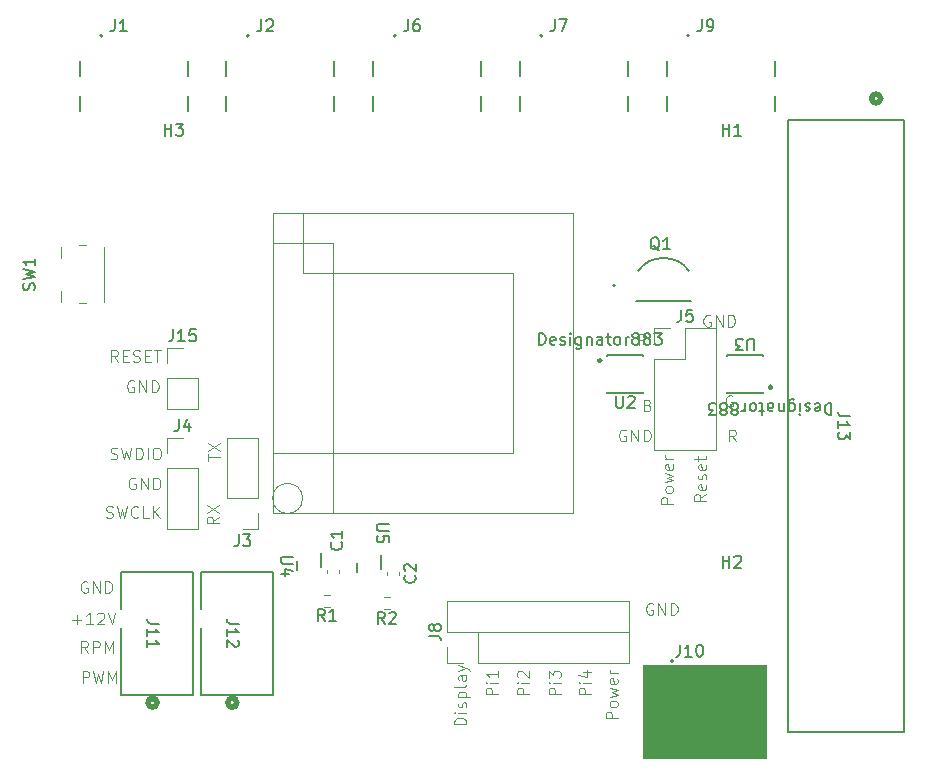
<source format=gbr>
%TF.GenerationSoftware,KiCad,Pcbnew,9.0.0-250-g02b756189b*%
%TF.CreationDate,2025-03-30T18:15:54-05:00*%
%TF.ProjectId,PicoPowerManagement,5069636f-506f-4776-9572-4d616e616765,rev?*%
%TF.SameCoordinates,Original*%
%TF.FileFunction,Legend,Top*%
%TF.FilePolarity,Positive*%
%FSLAX46Y46*%
G04 Gerber Fmt 4.6, Leading zero omitted, Abs format (unit mm)*
G04 Created by KiCad (PCBNEW 9.0.0-250-g02b756189b) date 2025-03-30 18:15:54*
%MOMM*%
%LPD*%
G01*
G04 APERTURE LIST*
%ADD10C,0.100000*%
%ADD11C,0.150000*%
%ADD12C,0.127000*%
%ADD13C,0.200000*%
%ADD14C,0.120000*%
%ADD15C,0.152400*%
%ADD16C,0.508000*%
%ADD17C,0.250000*%
G04 APERTURE END LIST*
D10*
X45720000Y-38100000D02*
X48260000Y-38100000D01*
X48260000Y-40640000D01*
X45720000Y-40640000D01*
X45720000Y-38100000D01*
X43180000Y-35560000D02*
X45720000Y-35560000D01*
X45720000Y-38100000D01*
X43180000Y-38100000D01*
X43180000Y-35560000D01*
X57979000Y-68393000D02*
X73339000Y-68393000D01*
X73339000Y-70993000D01*
X57979000Y-70993000D01*
X57979000Y-68393000D01*
X74549000Y-73787000D02*
X84963000Y-73787000D01*
X84963000Y-81661000D01*
X74549000Y-81661000D01*
X74549000Y-73787000D01*
G36*
X74549000Y-73787000D02*
G01*
X84963000Y-73787000D01*
X84963000Y-81661000D01*
X74549000Y-81661000D01*
X74549000Y-73787000D01*
G37*
X74789312Y-46735419D02*
X74455979Y-46259228D01*
X74217884Y-46735419D02*
X74217884Y-45735419D01*
X74217884Y-45735419D02*
X74598836Y-45735419D01*
X74598836Y-45735419D02*
X74694074Y-45783038D01*
X74694074Y-45783038D02*
X74741693Y-45830657D01*
X74741693Y-45830657D02*
X74789312Y-45925895D01*
X74789312Y-45925895D02*
X74789312Y-46068752D01*
X74789312Y-46068752D02*
X74741693Y-46163990D01*
X74741693Y-46163990D02*
X74694074Y-46211609D01*
X74694074Y-46211609D02*
X74598836Y-46259228D01*
X74598836Y-46259228D02*
X74217884Y-46259228D01*
X26211884Y-69976466D02*
X26973789Y-69976466D01*
X26592836Y-70357419D02*
X26592836Y-69595514D01*
X27973788Y-70357419D02*
X27402360Y-70357419D01*
X27688074Y-70357419D02*
X27688074Y-69357419D01*
X27688074Y-69357419D02*
X27592836Y-69500276D01*
X27592836Y-69500276D02*
X27497598Y-69595514D01*
X27497598Y-69595514D02*
X27402360Y-69643133D01*
X28354741Y-69452657D02*
X28402360Y-69405038D01*
X28402360Y-69405038D02*
X28497598Y-69357419D01*
X28497598Y-69357419D02*
X28735693Y-69357419D01*
X28735693Y-69357419D02*
X28830931Y-69405038D01*
X28830931Y-69405038D02*
X28878550Y-69452657D01*
X28878550Y-69452657D02*
X28926169Y-69547895D01*
X28926169Y-69547895D02*
X28926169Y-69643133D01*
X28926169Y-69643133D02*
X28878550Y-69785990D01*
X28878550Y-69785990D02*
X28307122Y-70357419D01*
X28307122Y-70357419D02*
X28926169Y-70357419D01*
X29211884Y-69357419D02*
X29545217Y-70357419D01*
X29545217Y-70357419D02*
X29878550Y-69357419D01*
X59562419Y-78817115D02*
X58562419Y-78817115D01*
X58562419Y-78817115D02*
X58562419Y-78579020D01*
X58562419Y-78579020D02*
X58610038Y-78436163D01*
X58610038Y-78436163D02*
X58705276Y-78340925D01*
X58705276Y-78340925D02*
X58800514Y-78293306D01*
X58800514Y-78293306D02*
X58990990Y-78245687D01*
X58990990Y-78245687D02*
X59133847Y-78245687D01*
X59133847Y-78245687D02*
X59324323Y-78293306D01*
X59324323Y-78293306D02*
X59419561Y-78340925D01*
X59419561Y-78340925D02*
X59514800Y-78436163D01*
X59514800Y-78436163D02*
X59562419Y-78579020D01*
X59562419Y-78579020D02*
X59562419Y-78817115D01*
X59562419Y-77817115D02*
X58895752Y-77817115D01*
X58562419Y-77817115D02*
X58610038Y-77864734D01*
X58610038Y-77864734D02*
X58657657Y-77817115D01*
X58657657Y-77817115D02*
X58610038Y-77769496D01*
X58610038Y-77769496D02*
X58562419Y-77817115D01*
X58562419Y-77817115D02*
X58657657Y-77817115D01*
X59514800Y-77388544D02*
X59562419Y-77293306D01*
X59562419Y-77293306D02*
X59562419Y-77102830D01*
X59562419Y-77102830D02*
X59514800Y-77007592D01*
X59514800Y-77007592D02*
X59419561Y-76959973D01*
X59419561Y-76959973D02*
X59371942Y-76959973D01*
X59371942Y-76959973D02*
X59276704Y-77007592D01*
X59276704Y-77007592D02*
X59229085Y-77102830D01*
X59229085Y-77102830D02*
X59229085Y-77245687D01*
X59229085Y-77245687D02*
X59181466Y-77340925D01*
X59181466Y-77340925D02*
X59086228Y-77388544D01*
X59086228Y-77388544D02*
X59038609Y-77388544D01*
X59038609Y-77388544D02*
X58943371Y-77340925D01*
X58943371Y-77340925D02*
X58895752Y-77245687D01*
X58895752Y-77245687D02*
X58895752Y-77102830D01*
X58895752Y-77102830D02*
X58943371Y-77007592D01*
X58895752Y-76531401D02*
X59895752Y-76531401D01*
X58943371Y-76531401D02*
X58895752Y-76436163D01*
X58895752Y-76436163D02*
X58895752Y-76245687D01*
X58895752Y-76245687D02*
X58943371Y-76150449D01*
X58943371Y-76150449D02*
X58990990Y-76102830D01*
X58990990Y-76102830D02*
X59086228Y-76055211D01*
X59086228Y-76055211D02*
X59371942Y-76055211D01*
X59371942Y-76055211D02*
X59467180Y-76102830D01*
X59467180Y-76102830D02*
X59514800Y-76150449D01*
X59514800Y-76150449D02*
X59562419Y-76245687D01*
X59562419Y-76245687D02*
X59562419Y-76436163D01*
X59562419Y-76436163D02*
X59514800Y-76531401D01*
X59562419Y-75483782D02*
X59514800Y-75579020D01*
X59514800Y-75579020D02*
X59419561Y-75626639D01*
X59419561Y-75626639D02*
X58562419Y-75626639D01*
X59562419Y-74674258D02*
X59038609Y-74674258D01*
X59038609Y-74674258D02*
X58943371Y-74721877D01*
X58943371Y-74721877D02*
X58895752Y-74817115D01*
X58895752Y-74817115D02*
X58895752Y-75007591D01*
X58895752Y-75007591D02*
X58943371Y-75102829D01*
X59514800Y-74674258D02*
X59562419Y-74769496D01*
X59562419Y-74769496D02*
X59562419Y-75007591D01*
X59562419Y-75007591D02*
X59514800Y-75102829D01*
X59514800Y-75102829D02*
X59419561Y-75150448D01*
X59419561Y-75150448D02*
X59324323Y-75150448D01*
X59324323Y-75150448D02*
X59229085Y-75102829D01*
X59229085Y-75102829D02*
X59181466Y-75007591D01*
X59181466Y-75007591D02*
X59181466Y-74769496D01*
X59181466Y-74769496D02*
X59133847Y-74674258D01*
X58895752Y-74293305D02*
X59562419Y-74055210D01*
X58895752Y-73817115D02*
X59562419Y-74055210D01*
X59562419Y-74055210D02*
X59800514Y-74150448D01*
X59800514Y-74150448D02*
X59848133Y-74198067D01*
X59848133Y-74198067D02*
X59895752Y-74293305D01*
X29085265Y-61292800D02*
X29228122Y-61340419D01*
X29228122Y-61340419D02*
X29466217Y-61340419D01*
X29466217Y-61340419D02*
X29561455Y-61292800D01*
X29561455Y-61292800D02*
X29609074Y-61245180D01*
X29609074Y-61245180D02*
X29656693Y-61149942D01*
X29656693Y-61149942D02*
X29656693Y-61054704D01*
X29656693Y-61054704D02*
X29609074Y-60959466D01*
X29609074Y-60959466D02*
X29561455Y-60911847D01*
X29561455Y-60911847D02*
X29466217Y-60864228D01*
X29466217Y-60864228D02*
X29275741Y-60816609D01*
X29275741Y-60816609D02*
X29180503Y-60768990D01*
X29180503Y-60768990D02*
X29132884Y-60721371D01*
X29132884Y-60721371D02*
X29085265Y-60626133D01*
X29085265Y-60626133D02*
X29085265Y-60530895D01*
X29085265Y-60530895D02*
X29132884Y-60435657D01*
X29132884Y-60435657D02*
X29180503Y-60388038D01*
X29180503Y-60388038D02*
X29275741Y-60340419D01*
X29275741Y-60340419D02*
X29513836Y-60340419D01*
X29513836Y-60340419D02*
X29656693Y-60388038D01*
X29990027Y-60340419D02*
X30228122Y-61340419D01*
X30228122Y-61340419D02*
X30418598Y-60626133D01*
X30418598Y-60626133D02*
X30609074Y-61340419D01*
X30609074Y-61340419D02*
X30847170Y-60340419D01*
X31799550Y-61245180D02*
X31751931Y-61292800D01*
X31751931Y-61292800D02*
X31609074Y-61340419D01*
X31609074Y-61340419D02*
X31513836Y-61340419D01*
X31513836Y-61340419D02*
X31370979Y-61292800D01*
X31370979Y-61292800D02*
X31275741Y-61197561D01*
X31275741Y-61197561D02*
X31228122Y-61102323D01*
X31228122Y-61102323D02*
X31180503Y-60911847D01*
X31180503Y-60911847D02*
X31180503Y-60768990D01*
X31180503Y-60768990D02*
X31228122Y-60578514D01*
X31228122Y-60578514D02*
X31275741Y-60483276D01*
X31275741Y-60483276D02*
X31370979Y-60388038D01*
X31370979Y-60388038D02*
X31513836Y-60340419D01*
X31513836Y-60340419D02*
X31609074Y-60340419D01*
X31609074Y-60340419D02*
X31751931Y-60388038D01*
X31751931Y-60388038D02*
X31799550Y-60435657D01*
X32704312Y-61340419D02*
X32228122Y-61340419D01*
X32228122Y-61340419D02*
X32228122Y-60340419D01*
X33037646Y-61340419D02*
X33037646Y-60340419D01*
X33609074Y-61340419D02*
X33180503Y-60768990D01*
X33609074Y-60340419D02*
X33037646Y-60911847D01*
X73090693Y-53911038D02*
X72995455Y-53863419D01*
X72995455Y-53863419D02*
X72852598Y-53863419D01*
X72852598Y-53863419D02*
X72709741Y-53911038D01*
X72709741Y-53911038D02*
X72614503Y-54006276D01*
X72614503Y-54006276D02*
X72566884Y-54101514D01*
X72566884Y-54101514D02*
X72519265Y-54291990D01*
X72519265Y-54291990D02*
X72519265Y-54434847D01*
X72519265Y-54434847D02*
X72566884Y-54625323D01*
X72566884Y-54625323D02*
X72614503Y-54720561D01*
X72614503Y-54720561D02*
X72709741Y-54815800D01*
X72709741Y-54815800D02*
X72852598Y-54863419D01*
X72852598Y-54863419D02*
X72947836Y-54863419D01*
X72947836Y-54863419D02*
X73090693Y-54815800D01*
X73090693Y-54815800D02*
X73138312Y-54768180D01*
X73138312Y-54768180D02*
X73138312Y-54434847D01*
X73138312Y-54434847D02*
X72947836Y-54434847D01*
X73566884Y-54863419D02*
X73566884Y-53863419D01*
X73566884Y-53863419D02*
X74138312Y-54863419D01*
X74138312Y-54863419D02*
X74138312Y-53863419D01*
X74614503Y-54863419D02*
X74614503Y-53863419D01*
X74614503Y-53863419D02*
X74852598Y-53863419D01*
X74852598Y-53863419D02*
X74995455Y-53911038D01*
X74995455Y-53911038D02*
X75090693Y-54006276D01*
X75090693Y-54006276D02*
X75138312Y-54101514D01*
X75138312Y-54101514D02*
X75185931Y-54291990D01*
X75185931Y-54291990D02*
X75185931Y-54434847D01*
X75185931Y-54434847D02*
X75138312Y-54625323D01*
X75138312Y-54625323D02*
X75090693Y-54720561D01*
X75090693Y-54720561D02*
X74995455Y-54815800D01*
X74995455Y-54815800D02*
X74852598Y-54863419D01*
X74852598Y-54863419D02*
X74614503Y-54863419D01*
X67563419Y-76277115D02*
X66563419Y-76277115D01*
X66563419Y-76277115D02*
X66563419Y-75896163D01*
X66563419Y-75896163D02*
X66611038Y-75800925D01*
X66611038Y-75800925D02*
X66658657Y-75753306D01*
X66658657Y-75753306D02*
X66753895Y-75705687D01*
X66753895Y-75705687D02*
X66896752Y-75705687D01*
X66896752Y-75705687D02*
X66991990Y-75753306D01*
X66991990Y-75753306D02*
X67039609Y-75800925D01*
X67039609Y-75800925D02*
X67087228Y-75896163D01*
X67087228Y-75896163D02*
X67087228Y-76277115D01*
X67563419Y-75277115D02*
X66896752Y-75277115D01*
X66563419Y-75277115D02*
X66611038Y-75324734D01*
X66611038Y-75324734D02*
X66658657Y-75277115D01*
X66658657Y-75277115D02*
X66611038Y-75229496D01*
X66611038Y-75229496D02*
X66563419Y-75277115D01*
X66563419Y-75277115D02*
X66658657Y-75277115D01*
X66563419Y-74896163D02*
X66563419Y-74277116D01*
X66563419Y-74277116D02*
X66944371Y-74610449D01*
X66944371Y-74610449D02*
X66944371Y-74467592D01*
X66944371Y-74467592D02*
X66991990Y-74372354D01*
X66991990Y-74372354D02*
X67039609Y-74324735D01*
X67039609Y-74324735D02*
X67134847Y-74277116D01*
X67134847Y-74277116D02*
X67372942Y-74277116D01*
X67372942Y-74277116D02*
X67468180Y-74324735D01*
X67468180Y-74324735D02*
X67515800Y-74372354D01*
X67515800Y-74372354D02*
X67563419Y-74467592D01*
X67563419Y-74467592D02*
X67563419Y-74753306D01*
X67563419Y-74753306D02*
X67515800Y-74848544D01*
X67515800Y-74848544D02*
X67468180Y-74896163D01*
X80232693Y-44199038D02*
X80137455Y-44151419D01*
X80137455Y-44151419D02*
X79994598Y-44151419D01*
X79994598Y-44151419D02*
X79851741Y-44199038D01*
X79851741Y-44199038D02*
X79756503Y-44294276D01*
X79756503Y-44294276D02*
X79708884Y-44389514D01*
X79708884Y-44389514D02*
X79661265Y-44579990D01*
X79661265Y-44579990D02*
X79661265Y-44722847D01*
X79661265Y-44722847D02*
X79708884Y-44913323D01*
X79708884Y-44913323D02*
X79756503Y-45008561D01*
X79756503Y-45008561D02*
X79851741Y-45103800D01*
X79851741Y-45103800D02*
X79994598Y-45151419D01*
X79994598Y-45151419D02*
X80089836Y-45151419D01*
X80089836Y-45151419D02*
X80232693Y-45103800D01*
X80232693Y-45103800D02*
X80280312Y-45056180D01*
X80280312Y-45056180D02*
X80280312Y-44722847D01*
X80280312Y-44722847D02*
X80089836Y-44722847D01*
X80708884Y-45151419D02*
X80708884Y-44151419D01*
X80708884Y-44151419D02*
X81280312Y-45151419D01*
X81280312Y-45151419D02*
X81280312Y-44151419D01*
X81756503Y-45151419D02*
X81756503Y-44151419D01*
X81756503Y-44151419D02*
X81994598Y-44151419D01*
X81994598Y-44151419D02*
X82137455Y-44199038D01*
X82137455Y-44199038D02*
X82232693Y-44294276D01*
X82232693Y-44294276D02*
X82280312Y-44389514D01*
X82280312Y-44389514D02*
X82327931Y-44579990D01*
X82327931Y-44579990D02*
X82327931Y-44722847D01*
X82327931Y-44722847D02*
X82280312Y-44913323D01*
X82280312Y-44913323D02*
X82232693Y-45008561D01*
X82232693Y-45008561D02*
X82137455Y-45103800D01*
X82137455Y-45103800D02*
X81994598Y-45151419D01*
X81994598Y-45151419D02*
X81756503Y-45151419D01*
X75376693Y-68613038D02*
X75281455Y-68565419D01*
X75281455Y-68565419D02*
X75138598Y-68565419D01*
X75138598Y-68565419D02*
X74995741Y-68613038D01*
X74995741Y-68613038D02*
X74900503Y-68708276D01*
X74900503Y-68708276D02*
X74852884Y-68803514D01*
X74852884Y-68803514D02*
X74805265Y-68993990D01*
X74805265Y-68993990D02*
X74805265Y-69136847D01*
X74805265Y-69136847D02*
X74852884Y-69327323D01*
X74852884Y-69327323D02*
X74900503Y-69422561D01*
X74900503Y-69422561D02*
X74995741Y-69517800D01*
X74995741Y-69517800D02*
X75138598Y-69565419D01*
X75138598Y-69565419D02*
X75233836Y-69565419D01*
X75233836Y-69565419D02*
X75376693Y-69517800D01*
X75376693Y-69517800D02*
X75424312Y-69470180D01*
X75424312Y-69470180D02*
X75424312Y-69136847D01*
X75424312Y-69136847D02*
X75233836Y-69136847D01*
X75852884Y-69565419D02*
X75852884Y-68565419D01*
X75852884Y-68565419D02*
X76424312Y-69565419D01*
X76424312Y-69565419D02*
X76424312Y-68565419D01*
X76900503Y-69565419D02*
X76900503Y-68565419D01*
X76900503Y-68565419D02*
X77138598Y-68565419D01*
X77138598Y-68565419D02*
X77281455Y-68613038D01*
X77281455Y-68613038D02*
X77376693Y-68708276D01*
X77376693Y-68708276D02*
X77424312Y-68803514D01*
X77424312Y-68803514D02*
X77471931Y-68993990D01*
X77471931Y-68993990D02*
X77471931Y-69136847D01*
X77471931Y-69136847D02*
X77424312Y-69327323D01*
X77424312Y-69327323D02*
X77376693Y-69422561D01*
X77376693Y-69422561D02*
X77281455Y-69517800D01*
X77281455Y-69517800D02*
X77138598Y-69565419D01*
X77138598Y-69565419D02*
X76900503Y-69565419D01*
X82409312Y-54863419D02*
X82075979Y-54387228D01*
X81837884Y-54863419D02*
X81837884Y-53863419D01*
X81837884Y-53863419D02*
X82218836Y-53863419D01*
X82218836Y-53863419D02*
X82314074Y-53911038D01*
X82314074Y-53911038D02*
X82361693Y-53958657D01*
X82361693Y-53958657D02*
X82409312Y-54053895D01*
X82409312Y-54053895D02*
X82409312Y-54196752D01*
X82409312Y-54196752D02*
X82361693Y-54291990D01*
X82361693Y-54291990D02*
X82314074Y-54339609D01*
X82314074Y-54339609D02*
X82218836Y-54387228D01*
X82218836Y-54387228D02*
X81837884Y-54387228D01*
X77088419Y-60148115D02*
X76088419Y-60148115D01*
X76088419Y-60148115D02*
X76088419Y-59767163D01*
X76088419Y-59767163D02*
X76136038Y-59671925D01*
X76136038Y-59671925D02*
X76183657Y-59624306D01*
X76183657Y-59624306D02*
X76278895Y-59576687D01*
X76278895Y-59576687D02*
X76421752Y-59576687D01*
X76421752Y-59576687D02*
X76516990Y-59624306D01*
X76516990Y-59624306D02*
X76564609Y-59671925D01*
X76564609Y-59671925D02*
X76612228Y-59767163D01*
X76612228Y-59767163D02*
X76612228Y-60148115D01*
X77088419Y-59005258D02*
X77040800Y-59100496D01*
X77040800Y-59100496D02*
X76993180Y-59148115D01*
X76993180Y-59148115D02*
X76897942Y-59195734D01*
X76897942Y-59195734D02*
X76612228Y-59195734D01*
X76612228Y-59195734D02*
X76516990Y-59148115D01*
X76516990Y-59148115D02*
X76469371Y-59100496D01*
X76469371Y-59100496D02*
X76421752Y-59005258D01*
X76421752Y-59005258D02*
X76421752Y-58862401D01*
X76421752Y-58862401D02*
X76469371Y-58767163D01*
X76469371Y-58767163D02*
X76516990Y-58719544D01*
X76516990Y-58719544D02*
X76612228Y-58671925D01*
X76612228Y-58671925D02*
X76897942Y-58671925D01*
X76897942Y-58671925D02*
X76993180Y-58719544D01*
X76993180Y-58719544D02*
X77040800Y-58767163D01*
X77040800Y-58767163D02*
X77088419Y-58862401D01*
X77088419Y-58862401D02*
X77088419Y-59005258D01*
X76421752Y-58338591D02*
X77088419Y-58148115D01*
X77088419Y-58148115D02*
X76612228Y-57957639D01*
X76612228Y-57957639D02*
X77088419Y-57767163D01*
X77088419Y-57767163D02*
X76421752Y-57576687D01*
X77040800Y-56814782D02*
X77088419Y-56910020D01*
X77088419Y-56910020D02*
X77088419Y-57100496D01*
X77088419Y-57100496D02*
X77040800Y-57195734D01*
X77040800Y-57195734D02*
X76945561Y-57243353D01*
X76945561Y-57243353D02*
X76564609Y-57243353D01*
X76564609Y-57243353D02*
X76469371Y-57195734D01*
X76469371Y-57195734D02*
X76421752Y-57100496D01*
X76421752Y-57100496D02*
X76421752Y-56910020D01*
X76421752Y-56910020D02*
X76469371Y-56814782D01*
X76469371Y-56814782D02*
X76564609Y-56767163D01*
X76564609Y-56767163D02*
X76659847Y-56767163D01*
X76659847Y-56767163D02*
X76755085Y-57243353D01*
X77088419Y-56338591D02*
X76421752Y-56338591D01*
X76612228Y-56338591D02*
X76516990Y-56290972D01*
X76516990Y-56290972D02*
X76469371Y-56243353D01*
X76469371Y-56243353D02*
X76421752Y-56148115D01*
X76421752Y-56148115D02*
X76421752Y-56052877D01*
X72389419Y-78309115D02*
X71389419Y-78309115D01*
X71389419Y-78309115D02*
X71389419Y-77928163D01*
X71389419Y-77928163D02*
X71437038Y-77832925D01*
X71437038Y-77832925D02*
X71484657Y-77785306D01*
X71484657Y-77785306D02*
X71579895Y-77737687D01*
X71579895Y-77737687D02*
X71722752Y-77737687D01*
X71722752Y-77737687D02*
X71817990Y-77785306D01*
X71817990Y-77785306D02*
X71865609Y-77832925D01*
X71865609Y-77832925D02*
X71913228Y-77928163D01*
X71913228Y-77928163D02*
X71913228Y-78309115D01*
X72389419Y-77166258D02*
X72341800Y-77261496D01*
X72341800Y-77261496D02*
X72294180Y-77309115D01*
X72294180Y-77309115D02*
X72198942Y-77356734D01*
X72198942Y-77356734D02*
X71913228Y-77356734D01*
X71913228Y-77356734D02*
X71817990Y-77309115D01*
X71817990Y-77309115D02*
X71770371Y-77261496D01*
X71770371Y-77261496D02*
X71722752Y-77166258D01*
X71722752Y-77166258D02*
X71722752Y-77023401D01*
X71722752Y-77023401D02*
X71770371Y-76928163D01*
X71770371Y-76928163D02*
X71817990Y-76880544D01*
X71817990Y-76880544D02*
X71913228Y-76832925D01*
X71913228Y-76832925D02*
X72198942Y-76832925D01*
X72198942Y-76832925D02*
X72294180Y-76880544D01*
X72294180Y-76880544D02*
X72341800Y-76928163D01*
X72341800Y-76928163D02*
X72389419Y-77023401D01*
X72389419Y-77023401D02*
X72389419Y-77166258D01*
X71722752Y-76499591D02*
X72389419Y-76309115D01*
X72389419Y-76309115D02*
X71913228Y-76118639D01*
X71913228Y-76118639D02*
X72389419Y-75928163D01*
X72389419Y-75928163D02*
X71722752Y-75737687D01*
X72341800Y-74975782D02*
X72389419Y-75071020D01*
X72389419Y-75071020D02*
X72389419Y-75261496D01*
X72389419Y-75261496D02*
X72341800Y-75356734D01*
X72341800Y-75356734D02*
X72246561Y-75404353D01*
X72246561Y-75404353D02*
X71865609Y-75404353D01*
X71865609Y-75404353D02*
X71770371Y-75356734D01*
X71770371Y-75356734D02*
X71722752Y-75261496D01*
X71722752Y-75261496D02*
X71722752Y-75071020D01*
X71722752Y-75071020D02*
X71770371Y-74975782D01*
X71770371Y-74975782D02*
X71865609Y-74928163D01*
X71865609Y-74928163D02*
X71960847Y-74928163D01*
X71960847Y-74928163D02*
X72056085Y-75404353D01*
X72389419Y-74499591D02*
X71722752Y-74499591D01*
X71913228Y-74499591D02*
X71817990Y-74451972D01*
X71817990Y-74451972D02*
X71770371Y-74404353D01*
X71770371Y-74404353D02*
X71722752Y-74309115D01*
X71722752Y-74309115D02*
X71722752Y-74213877D01*
X79882419Y-59322687D02*
X79406228Y-59656020D01*
X79882419Y-59894115D02*
X78882419Y-59894115D01*
X78882419Y-59894115D02*
X78882419Y-59513163D01*
X78882419Y-59513163D02*
X78930038Y-59417925D01*
X78930038Y-59417925D02*
X78977657Y-59370306D01*
X78977657Y-59370306D02*
X79072895Y-59322687D01*
X79072895Y-59322687D02*
X79215752Y-59322687D01*
X79215752Y-59322687D02*
X79310990Y-59370306D01*
X79310990Y-59370306D02*
X79358609Y-59417925D01*
X79358609Y-59417925D02*
X79406228Y-59513163D01*
X79406228Y-59513163D02*
X79406228Y-59894115D01*
X79834800Y-58513163D02*
X79882419Y-58608401D01*
X79882419Y-58608401D02*
X79882419Y-58798877D01*
X79882419Y-58798877D02*
X79834800Y-58894115D01*
X79834800Y-58894115D02*
X79739561Y-58941734D01*
X79739561Y-58941734D02*
X79358609Y-58941734D01*
X79358609Y-58941734D02*
X79263371Y-58894115D01*
X79263371Y-58894115D02*
X79215752Y-58798877D01*
X79215752Y-58798877D02*
X79215752Y-58608401D01*
X79215752Y-58608401D02*
X79263371Y-58513163D01*
X79263371Y-58513163D02*
X79358609Y-58465544D01*
X79358609Y-58465544D02*
X79453847Y-58465544D01*
X79453847Y-58465544D02*
X79549085Y-58941734D01*
X79834800Y-58084591D02*
X79882419Y-57989353D01*
X79882419Y-57989353D02*
X79882419Y-57798877D01*
X79882419Y-57798877D02*
X79834800Y-57703639D01*
X79834800Y-57703639D02*
X79739561Y-57656020D01*
X79739561Y-57656020D02*
X79691942Y-57656020D01*
X79691942Y-57656020D02*
X79596704Y-57703639D01*
X79596704Y-57703639D02*
X79549085Y-57798877D01*
X79549085Y-57798877D02*
X79549085Y-57941734D01*
X79549085Y-57941734D02*
X79501466Y-58036972D01*
X79501466Y-58036972D02*
X79406228Y-58084591D01*
X79406228Y-58084591D02*
X79358609Y-58084591D01*
X79358609Y-58084591D02*
X79263371Y-58036972D01*
X79263371Y-58036972D02*
X79215752Y-57941734D01*
X79215752Y-57941734D02*
X79215752Y-57798877D01*
X79215752Y-57798877D02*
X79263371Y-57703639D01*
X79834800Y-56846496D02*
X79882419Y-56941734D01*
X79882419Y-56941734D02*
X79882419Y-57132210D01*
X79882419Y-57132210D02*
X79834800Y-57227448D01*
X79834800Y-57227448D02*
X79739561Y-57275067D01*
X79739561Y-57275067D02*
X79358609Y-57275067D01*
X79358609Y-57275067D02*
X79263371Y-57227448D01*
X79263371Y-57227448D02*
X79215752Y-57132210D01*
X79215752Y-57132210D02*
X79215752Y-56941734D01*
X79215752Y-56941734D02*
X79263371Y-56846496D01*
X79263371Y-56846496D02*
X79358609Y-56798877D01*
X79358609Y-56798877D02*
X79453847Y-56798877D01*
X79453847Y-56798877D02*
X79549085Y-57275067D01*
X79215752Y-56513162D02*
X79215752Y-56132210D01*
X78882419Y-56370305D02*
X79739561Y-56370305D01*
X79739561Y-56370305D02*
X79834800Y-56322686D01*
X79834800Y-56322686D02*
X79882419Y-56227448D01*
X79882419Y-56227448D02*
X79882419Y-56132210D01*
X29466265Y-56339800D02*
X29609122Y-56387419D01*
X29609122Y-56387419D02*
X29847217Y-56387419D01*
X29847217Y-56387419D02*
X29942455Y-56339800D01*
X29942455Y-56339800D02*
X29990074Y-56292180D01*
X29990074Y-56292180D02*
X30037693Y-56196942D01*
X30037693Y-56196942D02*
X30037693Y-56101704D01*
X30037693Y-56101704D02*
X29990074Y-56006466D01*
X29990074Y-56006466D02*
X29942455Y-55958847D01*
X29942455Y-55958847D02*
X29847217Y-55911228D01*
X29847217Y-55911228D02*
X29656741Y-55863609D01*
X29656741Y-55863609D02*
X29561503Y-55815990D01*
X29561503Y-55815990D02*
X29513884Y-55768371D01*
X29513884Y-55768371D02*
X29466265Y-55673133D01*
X29466265Y-55673133D02*
X29466265Y-55577895D01*
X29466265Y-55577895D02*
X29513884Y-55482657D01*
X29513884Y-55482657D02*
X29561503Y-55435038D01*
X29561503Y-55435038D02*
X29656741Y-55387419D01*
X29656741Y-55387419D02*
X29894836Y-55387419D01*
X29894836Y-55387419D02*
X30037693Y-55435038D01*
X30371027Y-55387419D02*
X30609122Y-56387419D01*
X30609122Y-56387419D02*
X30799598Y-55673133D01*
X30799598Y-55673133D02*
X30990074Y-56387419D01*
X30990074Y-56387419D02*
X31228170Y-55387419D01*
X31609122Y-56387419D02*
X31609122Y-55387419D01*
X31609122Y-55387419D02*
X31847217Y-55387419D01*
X31847217Y-55387419D02*
X31990074Y-55435038D01*
X31990074Y-55435038D02*
X32085312Y-55530276D01*
X32085312Y-55530276D02*
X32132931Y-55625514D01*
X32132931Y-55625514D02*
X32180550Y-55815990D01*
X32180550Y-55815990D02*
X32180550Y-55958847D01*
X32180550Y-55958847D02*
X32132931Y-56149323D01*
X32132931Y-56149323D02*
X32085312Y-56244561D01*
X32085312Y-56244561D02*
X31990074Y-56339800D01*
X31990074Y-56339800D02*
X31847217Y-56387419D01*
X31847217Y-56387419D02*
X31609122Y-56387419D01*
X32609122Y-56387419D02*
X32609122Y-55387419D01*
X33275788Y-55387419D02*
X33466264Y-55387419D01*
X33466264Y-55387419D02*
X33561502Y-55435038D01*
X33561502Y-55435038D02*
X33656740Y-55530276D01*
X33656740Y-55530276D02*
X33704359Y-55720752D01*
X33704359Y-55720752D02*
X33704359Y-56054085D01*
X33704359Y-56054085D02*
X33656740Y-56244561D01*
X33656740Y-56244561D02*
X33561502Y-56339800D01*
X33561502Y-56339800D02*
X33466264Y-56387419D01*
X33466264Y-56387419D02*
X33275788Y-56387419D01*
X33275788Y-56387419D02*
X33180550Y-56339800D01*
X33180550Y-56339800D02*
X33085312Y-56244561D01*
X33085312Y-56244561D02*
X33037693Y-56054085D01*
X33037693Y-56054085D02*
X33037693Y-55720752D01*
X33037693Y-55720752D02*
X33085312Y-55530276D01*
X33085312Y-55530276D02*
X33180550Y-55435038D01*
X33180550Y-55435038D02*
X33275788Y-55387419D01*
X82107693Y-50990038D02*
X82012455Y-50942419D01*
X82012455Y-50942419D02*
X81869598Y-50942419D01*
X81869598Y-50942419D02*
X81726741Y-50990038D01*
X81726741Y-50990038D02*
X81631503Y-51085276D01*
X81631503Y-51085276D02*
X81583884Y-51180514D01*
X81583884Y-51180514D02*
X81536265Y-51370990D01*
X81536265Y-51370990D02*
X81536265Y-51513847D01*
X81536265Y-51513847D02*
X81583884Y-51704323D01*
X81583884Y-51704323D02*
X81631503Y-51799561D01*
X81631503Y-51799561D02*
X81726741Y-51894800D01*
X81726741Y-51894800D02*
X81869598Y-51942419D01*
X81869598Y-51942419D02*
X81964836Y-51942419D01*
X81964836Y-51942419D02*
X82107693Y-51894800D01*
X82107693Y-51894800D02*
X82155312Y-51847180D01*
X82155312Y-51847180D02*
X82155312Y-51513847D01*
X82155312Y-51513847D02*
X81964836Y-51513847D01*
X31434693Y-49750038D02*
X31339455Y-49702419D01*
X31339455Y-49702419D02*
X31196598Y-49702419D01*
X31196598Y-49702419D02*
X31053741Y-49750038D01*
X31053741Y-49750038D02*
X30958503Y-49845276D01*
X30958503Y-49845276D02*
X30910884Y-49940514D01*
X30910884Y-49940514D02*
X30863265Y-50130990D01*
X30863265Y-50130990D02*
X30863265Y-50273847D01*
X30863265Y-50273847D02*
X30910884Y-50464323D01*
X30910884Y-50464323D02*
X30958503Y-50559561D01*
X30958503Y-50559561D02*
X31053741Y-50654800D01*
X31053741Y-50654800D02*
X31196598Y-50702419D01*
X31196598Y-50702419D02*
X31291836Y-50702419D01*
X31291836Y-50702419D02*
X31434693Y-50654800D01*
X31434693Y-50654800D02*
X31482312Y-50607180D01*
X31482312Y-50607180D02*
X31482312Y-50273847D01*
X31482312Y-50273847D02*
X31291836Y-50273847D01*
X31910884Y-50702419D02*
X31910884Y-49702419D01*
X31910884Y-49702419D02*
X32482312Y-50702419D01*
X32482312Y-50702419D02*
X32482312Y-49702419D01*
X32958503Y-50702419D02*
X32958503Y-49702419D01*
X32958503Y-49702419D02*
X33196598Y-49702419D01*
X33196598Y-49702419D02*
X33339455Y-49750038D01*
X33339455Y-49750038D02*
X33434693Y-49845276D01*
X33434693Y-49845276D02*
X33482312Y-49940514D01*
X33482312Y-49940514D02*
X33529931Y-50130990D01*
X33529931Y-50130990D02*
X33529931Y-50273847D01*
X33529931Y-50273847D02*
X33482312Y-50464323D01*
X33482312Y-50464323D02*
X33434693Y-50559561D01*
X33434693Y-50559561D02*
X33339455Y-50654800D01*
X33339455Y-50654800D02*
X33196598Y-50702419D01*
X33196598Y-50702419D02*
X32958503Y-50702419D01*
X27100884Y-75310419D02*
X27100884Y-74310419D01*
X27100884Y-74310419D02*
X27481836Y-74310419D01*
X27481836Y-74310419D02*
X27577074Y-74358038D01*
X27577074Y-74358038D02*
X27624693Y-74405657D01*
X27624693Y-74405657D02*
X27672312Y-74500895D01*
X27672312Y-74500895D02*
X27672312Y-74643752D01*
X27672312Y-74643752D02*
X27624693Y-74738990D01*
X27624693Y-74738990D02*
X27577074Y-74786609D01*
X27577074Y-74786609D02*
X27481836Y-74834228D01*
X27481836Y-74834228D02*
X27100884Y-74834228D01*
X28005646Y-74310419D02*
X28243741Y-75310419D01*
X28243741Y-75310419D02*
X28434217Y-74596133D01*
X28434217Y-74596133D02*
X28624693Y-75310419D01*
X28624693Y-75310419D02*
X28862789Y-74310419D01*
X29243741Y-75310419D02*
X29243741Y-74310419D01*
X29243741Y-74310419D02*
X29577074Y-75024704D01*
X29577074Y-75024704D02*
X29910407Y-74310419D01*
X29910407Y-74310419D02*
X29910407Y-75310419D01*
X31561693Y-57975038D02*
X31466455Y-57927419D01*
X31466455Y-57927419D02*
X31323598Y-57927419D01*
X31323598Y-57927419D02*
X31180741Y-57975038D01*
X31180741Y-57975038D02*
X31085503Y-58070276D01*
X31085503Y-58070276D02*
X31037884Y-58165514D01*
X31037884Y-58165514D02*
X30990265Y-58355990D01*
X30990265Y-58355990D02*
X30990265Y-58498847D01*
X30990265Y-58498847D02*
X31037884Y-58689323D01*
X31037884Y-58689323D02*
X31085503Y-58784561D01*
X31085503Y-58784561D02*
X31180741Y-58879800D01*
X31180741Y-58879800D02*
X31323598Y-58927419D01*
X31323598Y-58927419D02*
X31418836Y-58927419D01*
X31418836Y-58927419D02*
X31561693Y-58879800D01*
X31561693Y-58879800D02*
X31609312Y-58832180D01*
X31609312Y-58832180D02*
X31609312Y-58498847D01*
X31609312Y-58498847D02*
X31418836Y-58498847D01*
X32037884Y-58927419D02*
X32037884Y-57927419D01*
X32037884Y-57927419D02*
X32609312Y-58927419D01*
X32609312Y-58927419D02*
X32609312Y-57927419D01*
X33085503Y-58927419D02*
X33085503Y-57927419D01*
X33085503Y-57927419D02*
X33323598Y-57927419D01*
X33323598Y-57927419D02*
X33466455Y-57975038D01*
X33466455Y-57975038D02*
X33561693Y-58070276D01*
X33561693Y-58070276D02*
X33609312Y-58165514D01*
X33609312Y-58165514D02*
X33656931Y-58355990D01*
X33656931Y-58355990D02*
X33656931Y-58498847D01*
X33656931Y-58498847D02*
X33609312Y-58689323D01*
X33609312Y-58689323D02*
X33561693Y-58784561D01*
X33561693Y-58784561D02*
X33466455Y-58879800D01*
X33466455Y-58879800D02*
X33323598Y-58927419D01*
X33323598Y-58927419D02*
X33085503Y-58927419D01*
X30085312Y-48132419D02*
X29751979Y-47656228D01*
X29513884Y-48132419D02*
X29513884Y-47132419D01*
X29513884Y-47132419D02*
X29894836Y-47132419D01*
X29894836Y-47132419D02*
X29990074Y-47180038D01*
X29990074Y-47180038D02*
X30037693Y-47227657D01*
X30037693Y-47227657D02*
X30085312Y-47322895D01*
X30085312Y-47322895D02*
X30085312Y-47465752D01*
X30085312Y-47465752D02*
X30037693Y-47560990D01*
X30037693Y-47560990D02*
X29990074Y-47608609D01*
X29990074Y-47608609D02*
X29894836Y-47656228D01*
X29894836Y-47656228D02*
X29513884Y-47656228D01*
X30513884Y-47608609D02*
X30847217Y-47608609D01*
X30990074Y-48132419D02*
X30513884Y-48132419D01*
X30513884Y-48132419D02*
X30513884Y-47132419D01*
X30513884Y-47132419D02*
X30990074Y-47132419D01*
X31371027Y-48084800D02*
X31513884Y-48132419D01*
X31513884Y-48132419D02*
X31751979Y-48132419D01*
X31751979Y-48132419D02*
X31847217Y-48084800D01*
X31847217Y-48084800D02*
X31894836Y-48037180D01*
X31894836Y-48037180D02*
X31942455Y-47941942D01*
X31942455Y-47941942D02*
X31942455Y-47846704D01*
X31942455Y-47846704D02*
X31894836Y-47751466D01*
X31894836Y-47751466D02*
X31847217Y-47703847D01*
X31847217Y-47703847D02*
X31751979Y-47656228D01*
X31751979Y-47656228D02*
X31561503Y-47608609D01*
X31561503Y-47608609D02*
X31466265Y-47560990D01*
X31466265Y-47560990D02*
X31418646Y-47513371D01*
X31418646Y-47513371D02*
X31371027Y-47418133D01*
X31371027Y-47418133D02*
X31371027Y-47322895D01*
X31371027Y-47322895D02*
X31418646Y-47227657D01*
X31418646Y-47227657D02*
X31466265Y-47180038D01*
X31466265Y-47180038D02*
X31561503Y-47132419D01*
X31561503Y-47132419D02*
X31799598Y-47132419D01*
X31799598Y-47132419D02*
X31942455Y-47180038D01*
X32371027Y-47608609D02*
X32704360Y-47608609D01*
X32847217Y-48132419D02*
X32371027Y-48132419D01*
X32371027Y-48132419D02*
X32371027Y-47132419D01*
X32371027Y-47132419D02*
X32847217Y-47132419D01*
X33132932Y-47132419D02*
X33704360Y-47132419D01*
X33418646Y-48132419D02*
X33418646Y-47132419D01*
X74932217Y-51799609D02*
X75075074Y-51847228D01*
X75075074Y-51847228D02*
X75122693Y-51894847D01*
X75122693Y-51894847D02*
X75170312Y-51990085D01*
X75170312Y-51990085D02*
X75170312Y-52132942D01*
X75170312Y-52132942D02*
X75122693Y-52228180D01*
X75122693Y-52228180D02*
X75075074Y-52275800D01*
X75075074Y-52275800D02*
X74979836Y-52323419D01*
X74979836Y-52323419D02*
X74598884Y-52323419D01*
X74598884Y-52323419D02*
X74598884Y-51323419D01*
X74598884Y-51323419D02*
X74932217Y-51323419D01*
X74932217Y-51323419D02*
X75027455Y-51371038D01*
X75027455Y-51371038D02*
X75075074Y-51418657D01*
X75075074Y-51418657D02*
X75122693Y-51513895D01*
X75122693Y-51513895D02*
X75122693Y-51609133D01*
X75122693Y-51609133D02*
X75075074Y-51704371D01*
X75075074Y-51704371D02*
X75027455Y-51751990D01*
X75027455Y-51751990D02*
X74932217Y-51799609D01*
X74932217Y-51799609D02*
X74598884Y-51799609D01*
X27497693Y-66738038D02*
X27402455Y-66690419D01*
X27402455Y-66690419D02*
X27259598Y-66690419D01*
X27259598Y-66690419D02*
X27116741Y-66738038D01*
X27116741Y-66738038D02*
X27021503Y-66833276D01*
X27021503Y-66833276D02*
X26973884Y-66928514D01*
X26973884Y-66928514D02*
X26926265Y-67118990D01*
X26926265Y-67118990D02*
X26926265Y-67261847D01*
X26926265Y-67261847D02*
X26973884Y-67452323D01*
X26973884Y-67452323D02*
X27021503Y-67547561D01*
X27021503Y-67547561D02*
X27116741Y-67642800D01*
X27116741Y-67642800D02*
X27259598Y-67690419D01*
X27259598Y-67690419D02*
X27354836Y-67690419D01*
X27354836Y-67690419D02*
X27497693Y-67642800D01*
X27497693Y-67642800D02*
X27545312Y-67595180D01*
X27545312Y-67595180D02*
X27545312Y-67261847D01*
X27545312Y-67261847D02*
X27354836Y-67261847D01*
X27973884Y-67690419D02*
X27973884Y-66690419D01*
X27973884Y-66690419D02*
X28545312Y-67690419D01*
X28545312Y-67690419D02*
X28545312Y-66690419D01*
X29021503Y-67690419D02*
X29021503Y-66690419D01*
X29021503Y-66690419D02*
X29259598Y-66690419D01*
X29259598Y-66690419D02*
X29402455Y-66738038D01*
X29402455Y-66738038D02*
X29497693Y-66833276D01*
X29497693Y-66833276D02*
X29545312Y-66928514D01*
X29545312Y-66928514D02*
X29592931Y-67118990D01*
X29592931Y-67118990D02*
X29592931Y-67261847D01*
X29592931Y-67261847D02*
X29545312Y-67452323D01*
X29545312Y-67452323D02*
X29497693Y-67547561D01*
X29497693Y-67547561D02*
X29402455Y-67642800D01*
X29402455Y-67642800D02*
X29259598Y-67690419D01*
X29259598Y-67690419D02*
X29021503Y-67690419D01*
X38607419Y-61227687D02*
X38131228Y-61561020D01*
X38607419Y-61799115D02*
X37607419Y-61799115D01*
X37607419Y-61799115D02*
X37607419Y-61418163D01*
X37607419Y-61418163D02*
X37655038Y-61322925D01*
X37655038Y-61322925D02*
X37702657Y-61275306D01*
X37702657Y-61275306D02*
X37797895Y-61227687D01*
X37797895Y-61227687D02*
X37940752Y-61227687D01*
X37940752Y-61227687D02*
X38035990Y-61275306D01*
X38035990Y-61275306D02*
X38083609Y-61322925D01*
X38083609Y-61322925D02*
X38131228Y-61418163D01*
X38131228Y-61418163D02*
X38131228Y-61799115D01*
X37607419Y-60894353D02*
X38607419Y-60227687D01*
X37607419Y-60227687D02*
X38607419Y-60894353D01*
X62229419Y-76277115D02*
X61229419Y-76277115D01*
X61229419Y-76277115D02*
X61229419Y-75896163D01*
X61229419Y-75896163D02*
X61277038Y-75800925D01*
X61277038Y-75800925D02*
X61324657Y-75753306D01*
X61324657Y-75753306D02*
X61419895Y-75705687D01*
X61419895Y-75705687D02*
X61562752Y-75705687D01*
X61562752Y-75705687D02*
X61657990Y-75753306D01*
X61657990Y-75753306D02*
X61705609Y-75800925D01*
X61705609Y-75800925D02*
X61753228Y-75896163D01*
X61753228Y-75896163D02*
X61753228Y-76277115D01*
X62229419Y-75277115D02*
X61562752Y-75277115D01*
X61229419Y-75277115D02*
X61277038Y-75324734D01*
X61277038Y-75324734D02*
X61324657Y-75277115D01*
X61324657Y-75277115D02*
X61277038Y-75229496D01*
X61277038Y-75229496D02*
X61229419Y-75277115D01*
X61229419Y-75277115D02*
X61324657Y-75277115D01*
X62229419Y-74277116D02*
X62229419Y-74848544D01*
X62229419Y-74562830D02*
X61229419Y-74562830D01*
X61229419Y-74562830D02*
X61372276Y-74658068D01*
X61372276Y-74658068D02*
X61467514Y-74753306D01*
X61467514Y-74753306D02*
X61515133Y-74848544D01*
X70103419Y-76277115D02*
X69103419Y-76277115D01*
X69103419Y-76277115D02*
X69103419Y-75896163D01*
X69103419Y-75896163D02*
X69151038Y-75800925D01*
X69151038Y-75800925D02*
X69198657Y-75753306D01*
X69198657Y-75753306D02*
X69293895Y-75705687D01*
X69293895Y-75705687D02*
X69436752Y-75705687D01*
X69436752Y-75705687D02*
X69531990Y-75753306D01*
X69531990Y-75753306D02*
X69579609Y-75800925D01*
X69579609Y-75800925D02*
X69627228Y-75896163D01*
X69627228Y-75896163D02*
X69627228Y-76277115D01*
X70103419Y-75277115D02*
X69436752Y-75277115D01*
X69103419Y-75277115D02*
X69151038Y-75324734D01*
X69151038Y-75324734D02*
X69198657Y-75277115D01*
X69198657Y-75277115D02*
X69151038Y-75229496D01*
X69151038Y-75229496D02*
X69103419Y-75277115D01*
X69103419Y-75277115D02*
X69198657Y-75277115D01*
X69436752Y-74372354D02*
X70103419Y-74372354D01*
X69055800Y-74610449D02*
X69770085Y-74848544D01*
X69770085Y-74848544D02*
X69770085Y-74229497D01*
X64896419Y-76277115D02*
X63896419Y-76277115D01*
X63896419Y-76277115D02*
X63896419Y-75896163D01*
X63896419Y-75896163D02*
X63944038Y-75800925D01*
X63944038Y-75800925D02*
X63991657Y-75753306D01*
X63991657Y-75753306D02*
X64086895Y-75705687D01*
X64086895Y-75705687D02*
X64229752Y-75705687D01*
X64229752Y-75705687D02*
X64324990Y-75753306D01*
X64324990Y-75753306D02*
X64372609Y-75800925D01*
X64372609Y-75800925D02*
X64420228Y-75896163D01*
X64420228Y-75896163D02*
X64420228Y-76277115D01*
X64896419Y-75277115D02*
X64229752Y-75277115D01*
X63896419Y-75277115D02*
X63944038Y-75324734D01*
X63944038Y-75324734D02*
X63991657Y-75277115D01*
X63991657Y-75277115D02*
X63944038Y-75229496D01*
X63944038Y-75229496D02*
X63896419Y-75277115D01*
X63896419Y-75277115D02*
X63991657Y-75277115D01*
X63991657Y-74848544D02*
X63944038Y-74800925D01*
X63944038Y-74800925D02*
X63896419Y-74705687D01*
X63896419Y-74705687D02*
X63896419Y-74467592D01*
X63896419Y-74467592D02*
X63944038Y-74372354D01*
X63944038Y-74372354D02*
X63991657Y-74324735D01*
X63991657Y-74324735D02*
X64086895Y-74277116D01*
X64086895Y-74277116D02*
X64182133Y-74277116D01*
X64182133Y-74277116D02*
X64324990Y-74324735D01*
X64324990Y-74324735D02*
X64896419Y-74896163D01*
X64896419Y-74896163D02*
X64896419Y-74277116D01*
X37734419Y-56480972D02*
X37734419Y-55909544D01*
X38734419Y-56195258D02*
X37734419Y-56195258D01*
X37734419Y-55671448D02*
X38734419Y-55004782D01*
X37734419Y-55004782D02*
X38734419Y-55671448D01*
X27545312Y-72770419D02*
X27211979Y-72294228D01*
X26973884Y-72770419D02*
X26973884Y-71770419D01*
X26973884Y-71770419D02*
X27354836Y-71770419D01*
X27354836Y-71770419D02*
X27450074Y-71818038D01*
X27450074Y-71818038D02*
X27497693Y-71865657D01*
X27497693Y-71865657D02*
X27545312Y-71960895D01*
X27545312Y-71960895D02*
X27545312Y-72103752D01*
X27545312Y-72103752D02*
X27497693Y-72198990D01*
X27497693Y-72198990D02*
X27450074Y-72246609D01*
X27450074Y-72246609D02*
X27354836Y-72294228D01*
X27354836Y-72294228D02*
X26973884Y-72294228D01*
X27973884Y-72770419D02*
X27973884Y-71770419D01*
X27973884Y-71770419D02*
X28354836Y-71770419D01*
X28354836Y-71770419D02*
X28450074Y-71818038D01*
X28450074Y-71818038D02*
X28497693Y-71865657D01*
X28497693Y-71865657D02*
X28545312Y-71960895D01*
X28545312Y-71960895D02*
X28545312Y-72103752D01*
X28545312Y-72103752D02*
X28497693Y-72198990D01*
X28497693Y-72198990D02*
X28450074Y-72246609D01*
X28450074Y-72246609D02*
X28354836Y-72294228D01*
X28354836Y-72294228D02*
X27973884Y-72294228D01*
X28973884Y-72770419D02*
X28973884Y-71770419D01*
X28973884Y-71770419D02*
X29307217Y-72484704D01*
X29307217Y-72484704D02*
X29640550Y-71770419D01*
X29640550Y-71770419D02*
X29640550Y-72770419D01*
D11*
X54657666Y-19139819D02*
X54657666Y-19854104D01*
X54657666Y-19854104D02*
X54610047Y-19996961D01*
X54610047Y-19996961D02*
X54514809Y-20092200D01*
X54514809Y-20092200D02*
X54371952Y-20139819D01*
X54371952Y-20139819D02*
X54276714Y-20139819D01*
X55562428Y-19139819D02*
X55371952Y-19139819D01*
X55371952Y-19139819D02*
X55276714Y-19187438D01*
X55276714Y-19187438D02*
X55229095Y-19235057D01*
X55229095Y-19235057D02*
X55133857Y-19377914D01*
X55133857Y-19377914D02*
X55086238Y-19568390D01*
X55086238Y-19568390D02*
X55086238Y-19949342D01*
X55086238Y-19949342D02*
X55133857Y-20044580D01*
X55133857Y-20044580D02*
X55181476Y-20092200D01*
X55181476Y-20092200D02*
X55276714Y-20139819D01*
X55276714Y-20139819D02*
X55467190Y-20139819D01*
X55467190Y-20139819D02*
X55562428Y-20092200D01*
X55562428Y-20092200D02*
X55610047Y-20044580D01*
X55610047Y-20044580D02*
X55657666Y-19949342D01*
X55657666Y-19949342D02*
X55657666Y-19711247D01*
X55657666Y-19711247D02*
X55610047Y-19616009D01*
X55610047Y-19616009D02*
X55562428Y-19568390D01*
X55562428Y-19568390D02*
X55467190Y-19520771D01*
X55467190Y-19520771D02*
X55276714Y-19520771D01*
X55276714Y-19520771D02*
X55181476Y-19568390D01*
X55181476Y-19568390D02*
X55133857Y-19616009D01*
X55133857Y-19616009D02*
X55086238Y-19711247D01*
X34750476Y-45384819D02*
X34750476Y-46099104D01*
X34750476Y-46099104D02*
X34702857Y-46241961D01*
X34702857Y-46241961D02*
X34607619Y-46337200D01*
X34607619Y-46337200D02*
X34464762Y-46384819D01*
X34464762Y-46384819D02*
X34369524Y-46384819D01*
X35750476Y-46384819D02*
X35179048Y-46384819D01*
X35464762Y-46384819D02*
X35464762Y-45384819D01*
X35464762Y-45384819D02*
X35369524Y-45527676D01*
X35369524Y-45527676D02*
X35274286Y-45622914D01*
X35274286Y-45622914D02*
X35179048Y-45670533D01*
X36655238Y-45384819D02*
X36179048Y-45384819D01*
X36179048Y-45384819D02*
X36131429Y-45861009D01*
X36131429Y-45861009D02*
X36179048Y-45813390D01*
X36179048Y-45813390D02*
X36274286Y-45765771D01*
X36274286Y-45765771D02*
X36512381Y-45765771D01*
X36512381Y-45765771D02*
X36607619Y-45813390D01*
X36607619Y-45813390D02*
X36655238Y-45861009D01*
X36655238Y-45861009D02*
X36702857Y-45956247D01*
X36702857Y-45956247D02*
X36702857Y-46194342D01*
X36702857Y-46194342D02*
X36655238Y-46289580D01*
X36655238Y-46289580D02*
X36607619Y-46337200D01*
X36607619Y-46337200D02*
X36512381Y-46384819D01*
X36512381Y-46384819D02*
X36274286Y-46384819D01*
X36274286Y-46384819D02*
X36179048Y-46337200D01*
X36179048Y-46337200D02*
X36131429Y-46289580D01*
X44868180Y-64638095D02*
X44058657Y-64638095D01*
X44058657Y-64638095D02*
X43963419Y-64685714D01*
X43963419Y-64685714D02*
X43915800Y-64733333D01*
X43915800Y-64733333D02*
X43868180Y-64828571D01*
X43868180Y-64828571D02*
X43868180Y-65019047D01*
X43868180Y-65019047D02*
X43915800Y-65114285D01*
X43915800Y-65114285D02*
X43963419Y-65161904D01*
X43963419Y-65161904D02*
X44058657Y-65209523D01*
X44058657Y-65209523D02*
X44868180Y-65209523D01*
X44534847Y-66114285D02*
X43868180Y-66114285D01*
X44915800Y-65876190D02*
X44201514Y-65638095D01*
X44201514Y-65638095D02*
X44201514Y-66257142D01*
X34036095Y-28966819D02*
X34036095Y-27966819D01*
X34036095Y-28443009D02*
X34607523Y-28443009D01*
X34607523Y-28966819D02*
X34607523Y-27966819D01*
X34988476Y-27966819D02*
X35607523Y-27966819D01*
X35607523Y-27966819D02*
X35274190Y-28347771D01*
X35274190Y-28347771D02*
X35417047Y-28347771D01*
X35417047Y-28347771D02*
X35512285Y-28395390D01*
X35512285Y-28395390D02*
X35559904Y-28443009D01*
X35559904Y-28443009D02*
X35607523Y-28538247D01*
X35607523Y-28538247D02*
X35607523Y-28776342D01*
X35607523Y-28776342D02*
X35559904Y-28871580D01*
X35559904Y-28871580D02*
X35512285Y-28919200D01*
X35512285Y-28919200D02*
X35417047Y-28966819D01*
X35417047Y-28966819D02*
X35131333Y-28966819D01*
X35131333Y-28966819D02*
X35036095Y-28919200D01*
X35036095Y-28919200D02*
X34988476Y-28871580D01*
X33565180Y-70310476D02*
X32850895Y-70310476D01*
X32850895Y-70310476D02*
X32708038Y-70262857D01*
X32708038Y-70262857D02*
X32612800Y-70167619D01*
X32612800Y-70167619D02*
X32565180Y-70024762D01*
X32565180Y-70024762D02*
X32565180Y-69929524D01*
X32565180Y-71310476D02*
X32565180Y-70739048D01*
X32565180Y-71024762D02*
X33565180Y-71024762D01*
X33565180Y-71024762D02*
X33422323Y-70929524D01*
X33422323Y-70929524D02*
X33327085Y-70834286D01*
X33327085Y-70834286D02*
X33279466Y-70739048D01*
X32565180Y-72262857D02*
X32565180Y-71691429D01*
X32565180Y-71977143D02*
X33565180Y-71977143D01*
X33565180Y-71977143D02*
X33422323Y-71881905D01*
X33422323Y-71881905D02*
X33327085Y-71786667D01*
X33327085Y-71786667D02*
X33279466Y-71691429D01*
X47585333Y-70050819D02*
X47252000Y-69574628D01*
X47013905Y-70050819D02*
X47013905Y-69050819D01*
X47013905Y-69050819D02*
X47394857Y-69050819D01*
X47394857Y-69050819D02*
X47490095Y-69098438D01*
X47490095Y-69098438D02*
X47537714Y-69146057D01*
X47537714Y-69146057D02*
X47585333Y-69241295D01*
X47585333Y-69241295D02*
X47585333Y-69384152D01*
X47585333Y-69384152D02*
X47537714Y-69479390D01*
X47537714Y-69479390D02*
X47490095Y-69527009D01*
X47490095Y-69527009D02*
X47394857Y-69574628D01*
X47394857Y-69574628D02*
X47013905Y-69574628D01*
X48537714Y-70050819D02*
X47966286Y-70050819D01*
X48252000Y-70050819D02*
X48252000Y-69050819D01*
X48252000Y-69050819D02*
X48156762Y-69193676D01*
X48156762Y-69193676D02*
X48061524Y-69288914D01*
X48061524Y-69288914D02*
X47966286Y-69336533D01*
X77676476Y-72084819D02*
X77676476Y-72799104D01*
X77676476Y-72799104D02*
X77628857Y-72941961D01*
X77628857Y-72941961D02*
X77533619Y-73037200D01*
X77533619Y-73037200D02*
X77390762Y-73084819D01*
X77390762Y-73084819D02*
X77295524Y-73084819D01*
X78676476Y-73084819D02*
X78105048Y-73084819D01*
X78390762Y-73084819D02*
X78390762Y-72084819D01*
X78390762Y-72084819D02*
X78295524Y-72227676D01*
X78295524Y-72227676D02*
X78200286Y-72322914D01*
X78200286Y-72322914D02*
X78105048Y-72370533D01*
X79295524Y-72084819D02*
X79390762Y-72084819D01*
X79390762Y-72084819D02*
X79486000Y-72132438D01*
X79486000Y-72132438D02*
X79533619Y-72180057D01*
X79533619Y-72180057D02*
X79581238Y-72275295D01*
X79581238Y-72275295D02*
X79628857Y-72465771D01*
X79628857Y-72465771D02*
X79628857Y-72703866D01*
X79628857Y-72703866D02*
X79581238Y-72894342D01*
X79581238Y-72894342D02*
X79533619Y-72989580D01*
X79533619Y-72989580D02*
X79486000Y-73037200D01*
X79486000Y-73037200D02*
X79390762Y-73084819D01*
X79390762Y-73084819D02*
X79295524Y-73084819D01*
X79295524Y-73084819D02*
X79200286Y-73037200D01*
X79200286Y-73037200D02*
X79152667Y-72989580D01*
X79152667Y-72989580D02*
X79105048Y-72894342D01*
X79105048Y-72894342D02*
X79057429Y-72703866D01*
X79057429Y-72703866D02*
X79057429Y-72465771D01*
X79057429Y-72465771D02*
X79105048Y-72275295D01*
X79105048Y-72275295D02*
X79152667Y-72180057D01*
X79152667Y-72180057D02*
X79200286Y-72132438D01*
X79200286Y-72132438D02*
X79295524Y-72084819D01*
X55223580Y-66206666D02*
X55271200Y-66254285D01*
X55271200Y-66254285D02*
X55318819Y-66397142D01*
X55318819Y-66397142D02*
X55318819Y-66492380D01*
X55318819Y-66492380D02*
X55271200Y-66635237D01*
X55271200Y-66635237D02*
X55175961Y-66730475D01*
X55175961Y-66730475D02*
X55080723Y-66778094D01*
X55080723Y-66778094D02*
X54890247Y-66825713D01*
X54890247Y-66825713D02*
X54747390Y-66825713D01*
X54747390Y-66825713D02*
X54556914Y-66778094D01*
X54556914Y-66778094D02*
X54461676Y-66730475D01*
X54461676Y-66730475D02*
X54366438Y-66635237D01*
X54366438Y-66635237D02*
X54318819Y-66492380D01*
X54318819Y-66492380D02*
X54318819Y-66397142D01*
X54318819Y-66397142D02*
X54366438Y-66254285D01*
X54366438Y-66254285D02*
X54414057Y-66206666D01*
X54414057Y-65825713D02*
X54366438Y-65778094D01*
X54366438Y-65778094D02*
X54318819Y-65682856D01*
X54318819Y-65682856D02*
X54318819Y-65444761D01*
X54318819Y-65444761D02*
X54366438Y-65349523D01*
X54366438Y-65349523D02*
X54414057Y-65301904D01*
X54414057Y-65301904D02*
X54509295Y-65254285D01*
X54509295Y-65254285D02*
X54604533Y-65254285D01*
X54604533Y-65254285D02*
X54747390Y-65301904D01*
X54747390Y-65301904D02*
X55318819Y-65873332D01*
X55318819Y-65873332D02*
X55318819Y-65254285D01*
X22997200Y-42058332D02*
X23044819Y-41915475D01*
X23044819Y-41915475D02*
X23044819Y-41677380D01*
X23044819Y-41677380D02*
X22997200Y-41582142D01*
X22997200Y-41582142D02*
X22949580Y-41534523D01*
X22949580Y-41534523D02*
X22854342Y-41486904D01*
X22854342Y-41486904D02*
X22759104Y-41486904D01*
X22759104Y-41486904D02*
X22663866Y-41534523D01*
X22663866Y-41534523D02*
X22616247Y-41582142D01*
X22616247Y-41582142D02*
X22568628Y-41677380D01*
X22568628Y-41677380D02*
X22521009Y-41867856D01*
X22521009Y-41867856D02*
X22473390Y-41963094D01*
X22473390Y-41963094D02*
X22425771Y-42010713D01*
X22425771Y-42010713D02*
X22330533Y-42058332D01*
X22330533Y-42058332D02*
X22235295Y-42058332D01*
X22235295Y-42058332D02*
X22140057Y-42010713D01*
X22140057Y-42010713D02*
X22092438Y-41963094D01*
X22092438Y-41963094D02*
X22044819Y-41867856D01*
X22044819Y-41867856D02*
X22044819Y-41629761D01*
X22044819Y-41629761D02*
X22092438Y-41486904D01*
X22044819Y-41153570D02*
X23044819Y-40915475D01*
X23044819Y-40915475D02*
X22330533Y-40724999D01*
X22330533Y-40724999D02*
X23044819Y-40534523D01*
X23044819Y-40534523D02*
X22044819Y-40296428D01*
X23044819Y-39391666D02*
X23044819Y-39963094D01*
X23044819Y-39677380D02*
X22044819Y-39677380D01*
X22044819Y-39677380D02*
X22187676Y-39772618D01*
X22187676Y-39772618D02*
X22282914Y-39867856D01*
X22282914Y-39867856D02*
X22330533Y-39963094D01*
X29811666Y-19139819D02*
X29811666Y-19854104D01*
X29811666Y-19854104D02*
X29764047Y-19996961D01*
X29764047Y-19996961D02*
X29668809Y-20092200D01*
X29668809Y-20092200D02*
X29525952Y-20139819D01*
X29525952Y-20139819D02*
X29430714Y-20139819D01*
X30811666Y-20139819D02*
X30240238Y-20139819D01*
X30525952Y-20139819D02*
X30525952Y-19139819D01*
X30525952Y-19139819D02*
X30430714Y-19282676D01*
X30430714Y-19282676D02*
X30335476Y-19377914D01*
X30335476Y-19377914D02*
X30240238Y-19425533D01*
X83951904Y-47154180D02*
X83951904Y-46344657D01*
X83951904Y-46344657D02*
X83904285Y-46249419D01*
X83904285Y-46249419D02*
X83856666Y-46201800D01*
X83856666Y-46201800D02*
X83761428Y-46154180D01*
X83761428Y-46154180D02*
X83570952Y-46154180D01*
X83570952Y-46154180D02*
X83475714Y-46201800D01*
X83475714Y-46201800D02*
X83428095Y-46249419D01*
X83428095Y-46249419D02*
X83380476Y-46344657D01*
X83380476Y-46344657D02*
X83380476Y-47154180D01*
X82999523Y-47154180D02*
X82380476Y-47154180D01*
X82380476Y-47154180D02*
X82713809Y-46773228D01*
X82713809Y-46773228D02*
X82570952Y-46773228D01*
X82570952Y-46773228D02*
X82475714Y-46725609D01*
X82475714Y-46725609D02*
X82428095Y-46677990D01*
X82428095Y-46677990D02*
X82380476Y-46582752D01*
X82380476Y-46582752D02*
X82380476Y-46344657D01*
X82380476Y-46344657D02*
X82428095Y-46249419D01*
X82428095Y-46249419D02*
X82475714Y-46201800D01*
X82475714Y-46201800D02*
X82570952Y-46154180D01*
X82570952Y-46154180D02*
X82856666Y-46154180D01*
X82856666Y-46154180D02*
X82951904Y-46201800D01*
X82951904Y-46201800D02*
X82999523Y-46249419D01*
X90490266Y-51615180D02*
X90490266Y-52615180D01*
X90490266Y-52615180D02*
X90252171Y-52615180D01*
X90252171Y-52615180D02*
X90109314Y-52567561D01*
X90109314Y-52567561D02*
X90014076Y-52472323D01*
X90014076Y-52472323D02*
X89966457Y-52377085D01*
X89966457Y-52377085D02*
X89918838Y-52186609D01*
X89918838Y-52186609D02*
X89918838Y-52043752D01*
X89918838Y-52043752D02*
X89966457Y-51853276D01*
X89966457Y-51853276D02*
X90014076Y-51758038D01*
X90014076Y-51758038D02*
X90109314Y-51662800D01*
X90109314Y-51662800D02*
X90252171Y-51615180D01*
X90252171Y-51615180D02*
X90490266Y-51615180D01*
X89109314Y-51662800D02*
X89204552Y-51615180D01*
X89204552Y-51615180D02*
X89395028Y-51615180D01*
X89395028Y-51615180D02*
X89490266Y-51662800D01*
X89490266Y-51662800D02*
X89537885Y-51758038D01*
X89537885Y-51758038D02*
X89537885Y-52138990D01*
X89537885Y-52138990D02*
X89490266Y-52234228D01*
X89490266Y-52234228D02*
X89395028Y-52281847D01*
X89395028Y-52281847D02*
X89204552Y-52281847D01*
X89204552Y-52281847D02*
X89109314Y-52234228D01*
X89109314Y-52234228D02*
X89061695Y-52138990D01*
X89061695Y-52138990D02*
X89061695Y-52043752D01*
X89061695Y-52043752D02*
X89537885Y-51948514D01*
X88680742Y-51662800D02*
X88585504Y-51615180D01*
X88585504Y-51615180D02*
X88395028Y-51615180D01*
X88395028Y-51615180D02*
X88299790Y-51662800D01*
X88299790Y-51662800D02*
X88252171Y-51758038D01*
X88252171Y-51758038D02*
X88252171Y-51805657D01*
X88252171Y-51805657D02*
X88299790Y-51900895D01*
X88299790Y-51900895D02*
X88395028Y-51948514D01*
X88395028Y-51948514D02*
X88537885Y-51948514D01*
X88537885Y-51948514D02*
X88633123Y-51996133D01*
X88633123Y-51996133D02*
X88680742Y-52091371D01*
X88680742Y-52091371D02*
X88680742Y-52138990D01*
X88680742Y-52138990D02*
X88633123Y-52234228D01*
X88633123Y-52234228D02*
X88537885Y-52281847D01*
X88537885Y-52281847D02*
X88395028Y-52281847D01*
X88395028Y-52281847D02*
X88299790Y-52234228D01*
X87823599Y-51615180D02*
X87823599Y-52281847D01*
X87823599Y-52615180D02*
X87871218Y-52567561D01*
X87871218Y-52567561D02*
X87823599Y-52519942D01*
X87823599Y-52519942D02*
X87775980Y-52567561D01*
X87775980Y-52567561D02*
X87823599Y-52615180D01*
X87823599Y-52615180D02*
X87823599Y-52519942D01*
X86918838Y-52281847D02*
X86918838Y-51472323D01*
X86918838Y-51472323D02*
X86966457Y-51377085D01*
X86966457Y-51377085D02*
X87014076Y-51329466D01*
X87014076Y-51329466D02*
X87109314Y-51281847D01*
X87109314Y-51281847D02*
X87252171Y-51281847D01*
X87252171Y-51281847D02*
X87347409Y-51329466D01*
X86918838Y-51662800D02*
X87014076Y-51615180D01*
X87014076Y-51615180D02*
X87204552Y-51615180D01*
X87204552Y-51615180D02*
X87299790Y-51662800D01*
X87299790Y-51662800D02*
X87347409Y-51710419D01*
X87347409Y-51710419D02*
X87395028Y-51805657D01*
X87395028Y-51805657D02*
X87395028Y-52091371D01*
X87395028Y-52091371D02*
X87347409Y-52186609D01*
X87347409Y-52186609D02*
X87299790Y-52234228D01*
X87299790Y-52234228D02*
X87204552Y-52281847D01*
X87204552Y-52281847D02*
X87014076Y-52281847D01*
X87014076Y-52281847D02*
X86918838Y-52234228D01*
X86442647Y-52281847D02*
X86442647Y-51615180D01*
X86442647Y-52186609D02*
X86395028Y-52234228D01*
X86395028Y-52234228D02*
X86299790Y-52281847D01*
X86299790Y-52281847D02*
X86156933Y-52281847D01*
X86156933Y-52281847D02*
X86061695Y-52234228D01*
X86061695Y-52234228D02*
X86014076Y-52138990D01*
X86014076Y-52138990D02*
X86014076Y-51615180D01*
X85109314Y-51615180D02*
X85109314Y-52138990D01*
X85109314Y-52138990D02*
X85156933Y-52234228D01*
X85156933Y-52234228D02*
X85252171Y-52281847D01*
X85252171Y-52281847D02*
X85442647Y-52281847D01*
X85442647Y-52281847D02*
X85537885Y-52234228D01*
X85109314Y-51662800D02*
X85204552Y-51615180D01*
X85204552Y-51615180D02*
X85442647Y-51615180D01*
X85442647Y-51615180D02*
X85537885Y-51662800D01*
X85537885Y-51662800D02*
X85585504Y-51758038D01*
X85585504Y-51758038D02*
X85585504Y-51853276D01*
X85585504Y-51853276D02*
X85537885Y-51948514D01*
X85537885Y-51948514D02*
X85442647Y-51996133D01*
X85442647Y-51996133D02*
X85204552Y-51996133D01*
X85204552Y-51996133D02*
X85109314Y-52043752D01*
X84775980Y-52281847D02*
X84395028Y-52281847D01*
X84633123Y-52615180D02*
X84633123Y-51758038D01*
X84633123Y-51758038D02*
X84585504Y-51662800D01*
X84585504Y-51662800D02*
X84490266Y-51615180D01*
X84490266Y-51615180D02*
X84395028Y-51615180D01*
X83918837Y-51615180D02*
X84014075Y-51662800D01*
X84014075Y-51662800D02*
X84061694Y-51710419D01*
X84061694Y-51710419D02*
X84109313Y-51805657D01*
X84109313Y-51805657D02*
X84109313Y-52091371D01*
X84109313Y-52091371D02*
X84061694Y-52186609D01*
X84061694Y-52186609D02*
X84014075Y-52234228D01*
X84014075Y-52234228D02*
X83918837Y-52281847D01*
X83918837Y-52281847D02*
X83775980Y-52281847D01*
X83775980Y-52281847D02*
X83680742Y-52234228D01*
X83680742Y-52234228D02*
X83633123Y-52186609D01*
X83633123Y-52186609D02*
X83585504Y-52091371D01*
X83585504Y-52091371D02*
X83585504Y-51805657D01*
X83585504Y-51805657D02*
X83633123Y-51710419D01*
X83633123Y-51710419D02*
X83680742Y-51662800D01*
X83680742Y-51662800D02*
X83775980Y-51615180D01*
X83775980Y-51615180D02*
X83918837Y-51615180D01*
X83156932Y-51615180D02*
X83156932Y-52281847D01*
X83156932Y-52091371D02*
X83109313Y-52186609D01*
X83109313Y-52186609D02*
X83061694Y-52234228D01*
X83061694Y-52234228D02*
X82966456Y-52281847D01*
X82966456Y-52281847D02*
X82871218Y-52281847D01*
X82395027Y-52186609D02*
X82490265Y-52234228D01*
X82490265Y-52234228D02*
X82537884Y-52281847D01*
X82537884Y-52281847D02*
X82585503Y-52377085D01*
X82585503Y-52377085D02*
X82585503Y-52424704D01*
X82585503Y-52424704D02*
X82537884Y-52519942D01*
X82537884Y-52519942D02*
X82490265Y-52567561D01*
X82490265Y-52567561D02*
X82395027Y-52615180D01*
X82395027Y-52615180D02*
X82204551Y-52615180D01*
X82204551Y-52615180D02*
X82109313Y-52567561D01*
X82109313Y-52567561D02*
X82061694Y-52519942D01*
X82061694Y-52519942D02*
X82014075Y-52424704D01*
X82014075Y-52424704D02*
X82014075Y-52377085D01*
X82014075Y-52377085D02*
X82061694Y-52281847D01*
X82061694Y-52281847D02*
X82109313Y-52234228D01*
X82109313Y-52234228D02*
X82204551Y-52186609D01*
X82204551Y-52186609D02*
X82395027Y-52186609D01*
X82395027Y-52186609D02*
X82490265Y-52138990D01*
X82490265Y-52138990D02*
X82537884Y-52091371D01*
X82537884Y-52091371D02*
X82585503Y-51996133D01*
X82585503Y-51996133D02*
X82585503Y-51805657D01*
X82585503Y-51805657D02*
X82537884Y-51710419D01*
X82537884Y-51710419D02*
X82490265Y-51662800D01*
X82490265Y-51662800D02*
X82395027Y-51615180D01*
X82395027Y-51615180D02*
X82204551Y-51615180D01*
X82204551Y-51615180D02*
X82109313Y-51662800D01*
X82109313Y-51662800D02*
X82061694Y-51710419D01*
X82061694Y-51710419D02*
X82014075Y-51805657D01*
X82014075Y-51805657D02*
X82014075Y-51996133D01*
X82014075Y-51996133D02*
X82061694Y-52091371D01*
X82061694Y-52091371D02*
X82109313Y-52138990D01*
X82109313Y-52138990D02*
X82204551Y-52186609D01*
X81442646Y-52186609D02*
X81537884Y-52234228D01*
X81537884Y-52234228D02*
X81585503Y-52281847D01*
X81585503Y-52281847D02*
X81633122Y-52377085D01*
X81633122Y-52377085D02*
X81633122Y-52424704D01*
X81633122Y-52424704D02*
X81585503Y-52519942D01*
X81585503Y-52519942D02*
X81537884Y-52567561D01*
X81537884Y-52567561D02*
X81442646Y-52615180D01*
X81442646Y-52615180D02*
X81252170Y-52615180D01*
X81252170Y-52615180D02*
X81156932Y-52567561D01*
X81156932Y-52567561D02*
X81109313Y-52519942D01*
X81109313Y-52519942D02*
X81061694Y-52424704D01*
X81061694Y-52424704D02*
X81061694Y-52377085D01*
X81061694Y-52377085D02*
X81109313Y-52281847D01*
X81109313Y-52281847D02*
X81156932Y-52234228D01*
X81156932Y-52234228D02*
X81252170Y-52186609D01*
X81252170Y-52186609D02*
X81442646Y-52186609D01*
X81442646Y-52186609D02*
X81537884Y-52138990D01*
X81537884Y-52138990D02*
X81585503Y-52091371D01*
X81585503Y-52091371D02*
X81633122Y-51996133D01*
X81633122Y-51996133D02*
X81633122Y-51805657D01*
X81633122Y-51805657D02*
X81585503Y-51710419D01*
X81585503Y-51710419D02*
X81537884Y-51662800D01*
X81537884Y-51662800D02*
X81442646Y-51615180D01*
X81442646Y-51615180D02*
X81252170Y-51615180D01*
X81252170Y-51615180D02*
X81156932Y-51662800D01*
X81156932Y-51662800D02*
X81109313Y-51710419D01*
X81109313Y-51710419D02*
X81061694Y-51805657D01*
X81061694Y-51805657D02*
X81061694Y-51996133D01*
X81061694Y-51996133D02*
X81109313Y-52091371D01*
X81109313Y-52091371D02*
X81156932Y-52138990D01*
X81156932Y-52138990D02*
X81252170Y-52186609D01*
X80728360Y-52615180D02*
X80109313Y-52615180D01*
X80109313Y-52615180D02*
X80442646Y-52234228D01*
X80442646Y-52234228D02*
X80299789Y-52234228D01*
X80299789Y-52234228D02*
X80204551Y-52186609D01*
X80204551Y-52186609D02*
X80156932Y-52138990D01*
X80156932Y-52138990D02*
X80109313Y-52043752D01*
X80109313Y-52043752D02*
X80109313Y-51805657D01*
X80109313Y-51805657D02*
X80156932Y-51710419D01*
X80156932Y-51710419D02*
X80204551Y-51662800D01*
X80204551Y-51662800D02*
X80299789Y-51615180D01*
X80299789Y-51615180D02*
X80585503Y-51615180D01*
X80585503Y-51615180D02*
X80680741Y-51662800D01*
X80680741Y-51662800D02*
X80728360Y-51710419D01*
X81280095Y-65542819D02*
X81280095Y-64542819D01*
X81280095Y-65019009D02*
X81851523Y-65019009D01*
X81851523Y-65542819D02*
X81851523Y-64542819D01*
X82280095Y-64638057D02*
X82327714Y-64590438D01*
X82327714Y-64590438D02*
X82422952Y-64542819D01*
X82422952Y-64542819D02*
X82661047Y-64542819D01*
X82661047Y-64542819D02*
X82756285Y-64590438D01*
X82756285Y-64590438D02*
X82803904Y-64638057D01*
X82803904Y-64638057D02*
X82851523Y-64733295D01*
X82851523Y-64733295D02*
X82851523Y-64828533D01*
X82851523Y-64828533D02*
X82803904Y-64971390D01*
X82803904Y-64971390D02*
X82232476Y-65542819D01*
X82232476Y-65542819D02*
X82851523Y-65542819D01*
X72263095Y-51016819D02*
X72263095Y-51826342D01*
X72263095Y-51826342D02*
X72310714Y-51921580D01*
X72310714Y-51921580D02*
X72358333Y-51969200D01*
X72358333Y-51969200D02*
X72453571Y-52016819D01*
X72453571Y-52016819D02*
X72644047Y-52016819D01*
X72644047Y-52016819D02*
X72739285Y-51969200D01*
X72739285Y-51969200D02*
X72786904Y-51921580D01*
X72786904Y-51921580D02*
X72834523Y-51826342D01*
X72834523Y-51826342D02*
X72834523Y-51016819D01*
X73263095Y-51112057D02*
X73310714Y-51064438D01*
X73310714Y-51064438D02*
X73405952Y-51016819D01*
X73405952Y-51016819D02*
X73644047Y-51016819D01*
X73644047Y-51016819D02*
X73739285Y-51064438D01*
X73739285Y-51064438D02*
X73786904Y-51112057D01*
X73786904Y-51112057D02*
X73834523Y-51207295D01*
X73834523Y-51207295D02*
X73834523Y-51302533D01*
X73834523Y-51302533D02*
X73786904Y-51445390D01*
X73786904Y-51445390D02*
X73215476Y-52016819D01*
X73215476Y-52016819D02*
X73834523Y-52016819D01*
X65729733Y-46682819D02*
X65729733Y-45682819D01*
X65729733Y-45682819D02*
X65967828Y-45682819D01*
X65967828Y-45682819D02*
X66110685Y-45730438D01*
X66110685Y-45730438D02*
X66205923Y-45825676D01*
X66205923Y-45825676D02*
X66253542Y-45920914D01*
X66253542Y-45920914D02*
X66301161Y-46111390D01*
X66301161Y-46111390D02*
X66301161Y-46254247D01*
X66301161Y-46254247D02*
X66253542Y-46444723D01*
X66253542Y-46444723D02*
X66205923Y-46539961D01*
X66205923Y-46539961D02*
X66110685Y-46635200D01*
X66110685Y-46635200D02*
X65967828Y-46682819D01*
X65967828Y-46682819D02*
X65729733Y-46682819D01*
X67110685Y-46635200D02*
X67015447Y-46682819D01*
X67015447Y-46682819D02*
X66824971Y-46682819D01*
X66824971Y-46682819D02*
X66729733Y-46635200D01*
X66729733Y-46635200D02*
X66682114Y-46539961D01*
X66682114Y-46539961D02*
X66682114Y-46159009D01*
X66682114Y-46159009D02*
X66729733Y-46063771D01*
X66729733Y-46063771D02*
X66824971Y-46016152D01*
X66824971Y-46016152D02*
X67015447Y-46016152D01*
X67015447Y-46016152D02*
X67110685Y-46063771D01*
X67110685Y-46063771D02*
X67158304Y-46159009D01*
X67158304Y-46159009D02*
X67158304Y-46254247D01*
X67158304Y-46254247D02*
X66682114Y-46349485D01*
X67539257Y-46635200D02*
X67634495Y-46682819D01*
X67634495Y-46682819D02*
X67824971Y-46682819D01*
X67824971Y-46682819D02*
X67920209Y-46635200D01*
X67920209Y-46635200D02*
X67967828Y-46539961D01*
X67967828Y-46539961D02*
X67967828Y-46492342D01*
X67967828Y-46492342D02*
X67920209Y-46397104D01*
X67920209Y-46397104D02*
X67824971Y-46349485D01*
X67824971Y-46349485D02*
X67682114Y-46349485D01*
X67682114Y-46349485D02*
X67586876Y-46301866D01*
X67586876Y-46301866D02*
X67539257Y-46206628D01*
X67539257Y-46206628D02*
X67539257Y-46159009D01*
X67539257Y-46159009D02*
X67586876Y-46063771D01*
X67586876Y-46063771D02*
X67682114Y-46016152D01*
X67682114Y-46016152D02*
X67824971Y-46016152D01*
X67824971Y-46016152D02*
X67920209Y-46063771D01*
X68396400Y-46682819D02*
X68396400Y-46016152D01*
X68396400Y-45682819D02*
X68348781Y-45730438D01*
X68348781Y-45730438D02*
X68396400Y-45778057D01*
X68396400Y-45778057D02*
X68444019Y-45730438D01*
X68444019Y-45730438D02*
X68396400Y-45682819D01*
X68396400Y-45682819D02*
X68396400Y-45778057D01*
X69301161Y-46016152D02*
X69301161Y-46825676D01*
X69301161Y-46825676D02*
X69253542Y-46920914D01*
X69253542Y-46920914D02*
X69205923Y-46968533D01*
X69205923Y-46968533D02*
X69110685Y-47016152D01*
X69110685Y-47016152D02*
X68967828Y-47016152D01*
X68967828Y-47016152D02*
X68872590Y-46968533D01*
X69301161Y-46635200D02*
X69205923Y-46682819D01*
X69205923Y-46682819D02*
X69015447Y-46682819D01*
X69015447Y-46682819D02*
X68920209Y-46635200D01*
X68920209Y-46635200D02*
X68872590Y-46587580D01*
X68872590Y-46587580D02*
X68824971Y-46492342D01*
X68824971Y-46492342D02*
X68824971Y-46206628D01*
X68824971Y-46206628D02*
X68872590Y-46111390D01*
X68872590Y-46111390D02*
X68920209Y-46063771D01*
X68920209Y-46063771D02*
X69015447Y-46016152D01*
X69015447Y-46016152D02*
X69205923Y-46016152D01*
X69205923Y-46016152D02*
X69301161Y-46063771D01*
X69777352Y-46016152D02*
X69777352Y-46682819D01*
X69777352Y-46111390D02*
X69824971Y-46063771D01*
X69824971Y-46063771D02*
X69920209Y-46016152D01*
X69920209Y-46016152D02*
X70063066Y-46016152D01*
X70063066Y-46016152D02*
X70158304Y-46063771D01*
X70158304Y-46063771D02*
X70205923Y-46159009D01*
X70205923Y-46159009D02*
X70205923Y-46682819D01*
X71110685Y-46682819D02*
X71110685Y-46159009D01*
X71110685Y-46159009D02*
X71063066Y-46063771D01*
X71063066Y-46063771D02*
X70967828Y-46016152D01*
X70967828Y-46016152D02*
X70777352Y-46016152D01*
X70777352Y-46016152D02*
X70682114Y-46063771D01*
X71110685Y-46635200D02*
X71015447Y-46682819D01*
X71015447Y-46682819D02*
X70777352Y-46682819D01*
X70777352Y-46682819D02*
X70682114Y-46635200D01*
X70682114Y-46635200D02*
X70634495Y-46539961D01*
X70634495Y-46539961D02*
X70634495Y-46444723D01*
X70634495Y-46444723D02*
X70682114Y-46349485D01*
X70682114Y-46349485D02*
X70777352Y-46301866D01*
X70777352Y-46301866D02*
X71015447Y-46301866D01*
X71015447Y-46301866D02*
X71110685Y-46254247D01*
X71444019Y-46016152D02*
X71824971Y-46016152D01*
X71586876Y-45682819D02*
X71586876Y-46539961D01*
X71586876Y-46539961D02*
X71634495Y-46635200D01*
X71634495Y-46635200D02*
X71729733Y-46682819D01*
X71729733Y-46682819D02*
X71824971Y-46682819D01*
X72301162Y-46682819D02*
X72205924Y-46635200D01*
X72205924Y-46635200D02*
X72158305Y-46587580D01*
X72158305Y-46587580D02*
X72110686Y-46492342D01*
X72110686Y-46492342D02*
X72110686Y-46206628D01*
X72110686Y-46206628D02*
X72158305Y-46111390D01*
X72158305Y-46111390D02*
X72205924Y-46063771D01*
X72205924Y-46063771D02*
X72301162Y-46016152D01*
X72301162Y-46016152D02*
X72444019Y-46016152D01*
X72444019Y-46016152D02*
X72539257Y-46063771D01*
X72539257Y-46063771D02*
X72586876Y-46111390D01*
X72586876Y-46111390D02*
X72634495Y-46206628D01*
X72634495Y-46206628D02*
X72634495Y-46492342D01*
X72634495Y-46492342D02*
X72586876Y-46587580D01*
X72586876Y-46587580D02*
X72539257Y-46635200D01*
X72539257Y-46635200D02*
X72444019Y-46682819D01*
X72444019Y-46682819D02*
X72301162Y-46682819D01*
X73063067Y-46682819D02*
X73063067Y-46016152D01*
X73063067Y-46206628D02*
X73110686Y-46111390D01*
X73110686Y-46111390D02*
X73158305Y-46063771D01*
X73158305Y-46063771D02*
X73253543Y-46016152D01*
X73253543Y-46016152D02*
X73348781Y-46016152D01*
X73824972Y-46111390D02*
X73729734Y-46063771D01*
X73729734Y-46063771D02*
X73682115Y-46016152D01*
X73682115Y-46016152D02*
X73634496Y-45920914D01*
X73634496Y-45920914D02*
X73634496Y-45873295D01*
X73634496Y-45873295D02*
X73682115Y-45778057D01*
X73682115Y-45778057D02*
X73729734Y-45730438D01*
X73729734Y-45730438D02*
X73824972Y-45682819D01*
X73824972Y-45682819D02*
X74015448Y-45682819D01*
X74015448Y-45682819D02*
X74110686Y-45730438D01*
X74110686Y-45730438D02*
X74158305Y-45778057D01*
X74158305Y-45778057D02*
X74205924Y-45873295D01*
X74205924Y-45873295D02*
X74205924Y-45920914D01*
X74205924Y-45920914D02*
X74158305Y-46016152D01*
X74158305Y-46016152D02*
X74110686Y-46063771D01*
X74110686Y-46063771D02*
X74015448Y-46111390D01*
X74015448Y-46111390D02*
X73824972Y-46111390D01*
X73824972Y-46111390D02*
X73729734Y-46159009D01*
X73729734Y-46159009D02*
X73682115Y-46206628D01*
X73682115Y-46206628D02*
X73634496Y-46301866D01*
X73634496Y-46301866D02*
X73634496Y-46492342D01*
X73634496Y-46492342D02*
X73682115Y-46587580D01*
X73682115Y-46587580D02*
X73729734Y-46635200D01*
X73729734Y-46635200D02*
X73824972Y-46682819D01*
X73824972Y-46682819D02*
X74015448Y-46682819D01*
X74015448Y-46682819D02*
X74110686Y-46635200D01*
X74110686Y-46635200D02*
X74158305Y-46587580D01*
X74158305Y-46587580D02*
X74205924Y-46492342D01*
X74205924Y-46492342D02*
X74205924Y-46301866D01*
X74205924Y-46301866D02*
X74158305Y-46206628D01*
X74158305Y-46206628D02*
X74110686Y-46159009D01*
X74110686Y-46159009D02*
X74015448Y-46111390D01*
X74777353Y-46111390D02*
X74682115Y-46063771D01*
X74682115Y-46063771D02*
X74634496Y-46016152D01*
X74634496Y-46016152D02*
X74586877Y-45920914D01*
X74586877Y-45920914D02*
X74586877Y-45873295D01*
X74586877Y-45873295D02*
X74634496Y-45778057D01*
X74634496Y-45778057D02*
X74682115Y-45730438D01*
X74682115Y-45730438D02*
X74777353Y-45682819D01*
X74777353Y-45682819D02*
X74967829Y-45682819D01*
X74967829Y-45682819D02*
X75063067Y-45730438D01*
X75063067Y-45730438D02*
X75110686Y-45778057D01*
X75110686Y-45778057D02*
X75158305Y-45873295D01*
X75158305Y-45873295D02*
X75158305Y-45920914D01*
X75158305Y-45920914D02*
X75110686Y-46016152D01*
X75110686Y-46016152D02*
X75063067Y-46063771D01*
X75063067Y-46063771D02*
X74967829Y-46111390D01*
X74967829Y-46111390D02*
X74777353Y-46111390D01*
X74777353Y-46111390D02*
X74682115Y-46159009D01*
X74682115Y-46159009D02*
X74634496Y-46206628D01*
X74634496Y-46206628D02*
X74586877Y-46301866D01*
X74586877Y-46301866D02*
X74586877Y-46492342D01*
X74586877Y-46492342D02*
X74634496Y-46587580D01*
X74634496Y-46587580D02*
X74682115Y-46635200D01*
X74682115Y-46635200D02*
X74777353Y-46682819D01*
X74777353Y-46682819D02*
X74967829Y-46682819D01*
X74967829Y-46682819D02*
X75063067Y-46635200D01*
X75063067Y-46635200D02*
X75110686Y-46587580D01*
X75110686Y-46587580D02*
X75158305Y-46492342D01*
X75158305Y-46492342D02*
X75158305Y-46301866D01*
X75158305Y-46301866D02*
X75110686Y-46206628D01*
X75110686Y-46206628D02*
X75063067Y-46159009D01*
X75063067Y-46159009D02*
X74967829Y-46111390D01*
X75491639Y-45682819D02*
X76110686Y-45682819D01*
X76110686Y-45682819D02*
X75777353Y-46063771D01*
X75777353Y-46063771D02*
X75920210Y-46063771D01*
X75920210Y-46063771D02*
X76015448Y-46111390D01*
X76015448Y-46111390D02*
X76063067Y-46159009D01*
X76063067Y-46159009D02*
X76110686Y-46254247D01*
X76110686Y-46254247D02*
X76110686Y-46492342D01*
X76110686Y-46492342D02*
X76063067Y-46587580D01*
X76063067Y-46587580D02*
X76015448Y-46635200D01*
X76015448Y-46635200D02*
X75920210Y-46682819D01*
X75920210Y-46682819D02*
X75634496Y-46682819D01*
X75634496Y-46682819D02*
X75539258Y-46635200D01*
X75539258Y-46635200D02*
X75491639Y-46587580D01*
X77771666Y-43733819D02*
X77771666Y-44448104D01*
X77771666Y-44448104D02*
X77724047Y-44590961D01*
X77724047Y-44590961D02*
X77628809Y-44686200D01*
X77628809Y-44686200D02*
X77485952Y-44733819D01*
X77485952Y-44733819D02*
X77390714Y-44733819D01*
X78724047Y-43733819D02*
X78247857Y-43733819D01*
X78247857Y-43733819D02*
X78200238Y-44210009D01*
X78200238Y-44210009D02*
X78247857Y-44162390D01*
X78247857Y-44162390D02*
X78343095Y-44114771D01*
X78343095Y-44114771D02*
X78581190Y-44114771D01*
X78581190Y-44114771D02*
X78676428Y-44162390D01*
X78676428Y-44162390D02*
X78724047Y-44210009D01*
X78724047Y-44210009D02*
X78771666Y-44305247D01*
X78771666Y-44305247D02*
X78771666Y-44543342D01*
X78771666Y-44543342D02*
X78724047Y-44638580D01*
X78724047Y-44638580D02*
X78676428Y-44686200D01*
X78676428Y-44686200D02*
X78581190Y-44733819D01*
X78581190Y-44733819D02*
X78343095Y-44733819D01*
X78343095Y-44733819D02*
X78247857Y-44686200D01*
X78247857Y-44686200D02*
X78200238Y-44638580D01*
X40306666Y-62744819D02*
X40306666Y-63459104D01*
X40306666Y-63459104D02*
X40259047Y-63601961D01*
X40259047Y-63601961D02*
X40163809Y-63697200D01*
X40163809Y-63697200D02*
X40020952Y-63744819D01*
X40020952Y-63744819D02*
X39925714Y-63744819D01*
X40687619Y-62744819D02*
X41306666Y-62744819D01*
X41306666Y-62744819D02*
X40973333Y-63125771D01*
X40973333Y-63125771D02*
X41116190Y-63125771D01*
X41116190Y-63125771D02*
X41211428Y-63173390D01*
X41211428Y-63173390D02*
X41259047Y-63221009D01*
X41259047Y-63221009D02*
X41306666Y-63316247D01*
X41306666Y-63316247D02*
X41306666Y-63554342D01*
X41306666Y-63554342D02*
X41259047Y-63649580D01*
X41259047Y-63649580D02*
X41211428Y-63697200D01*
X41211428Y-63697200D02*
X41116190Y-63744819D01*
X41116190Y-63744819D02*
X40830476Y-63744819D01*
X40830476Y-63744819D02*
X40735238Y-63697200D01*
X40735238Y-63697200D02*
X40687619Y-63649580D01*
X52996180Y-61849095D02*
X52186657Y-61849095D01*
X52186657Y-61849095D02*
X52091419Y-61896714D01*
X52091419Y-61896714D02*
X52043800Y-61944333D01*
X52043800Y-61944333D02*
X51996180Y-62039571D01*
X51996180Y-62039571D02*
X51996180Y-62230047D01*
X51996180Y-62230047D02*
X52043800Y-62325285D01*
X52043800Y-62325285D02*
X52091419Y-62372904D01*
X52091419Y-62372904D02*
X52186657Y-62420523D01*
X52186657Y-62420523D02*
X52996180Y-62420523D01*
X52996180Y-63372904D02*
X52996180Y-62896714D01*
X52996180Y-62896714D02*
X52519990Y-62849095D01*
X52519990Y-62849095D02*
X52567609Y-62896714D01*
X52567609Y-62896714D02*
X52615228Y-62991952D01*
X52615228Y-62991952D02*
X52615228Y-63230047D01*
X52615228Y-63230047D02*
X52567609Y-63325285D01*
X52567609Y-63325285D02*
X52519990Y-63372904D01*
X52519990Y-63372904D02*
X52424752Y-63420523D01*
X52424752Y-63420523D02*
X52186657Y-63420523D01*
X52186657Y-63420523D02*
X52091419Y-63372904D01*
X52091419Y-63372904D02*
X52043800Y-63325285D01*
X52043800Y-63325285D02*
X51996180Y-63230047D01*
X51996180Y-63230047D02*
X51996180Y-62991952D01*
X51996180Y-62991952D02*
X52043800Y-62896714D01*
X52043800Y-62896714D02*
X52091419Y-62849095D01*
X56433819Y-71326333D02*
X57148104Y-71326333D01*
X57148104Y-71326333D02*
X57290961Y-71373952D01*
X57290961Y-71373952D02*
X57386200Y-71469190D01*
X57386200Y-71469190D02*
X57433819Y-71612047D01*
X57433819Y-71612047D02*
X57433819Y-71707285D01*
X56862390Y-70707285D02*
X56814771Y-70802523D01*
X56814771Y-70802523D02*
X56767152Y-70850142D01*
X56767152Y-70850142D02*
X56671914Y-70897761D01*
X56671914Y-70897761D02*
X56624295Y-70897761D01*
X56624295Y-70897761D02*
X56529057Y-70850142D01*
X56529057Y-70850142D02*
X56481438Y-70802523D01*
X56481438Y-70802523D02*
X56433819Y-70707285D01*
X56433819Y-70707285D02*
X56433819Y-70516809D01*
X56433819Y-70516809D02*
X56481438Y-70421571D01*
X56481438Y-70421571D02*
X56529057Y-70373952D01*
X56529057Y-70373952D02*
X56624295Y-70326333D01*
X56624295Y-70326333D02*
X56671914Y-70326333D01*
X56671914Y-70326333D02*
X56767152Y-70373952D01*
X56767152Y-70373952D02*
X56814771Y-70421571D01*
X56814771Y-70421571D02*
X56862390Y-70516809D01*
X56862390Y-70516809D02*
X56862390Y-70707285D01*
X56862390Y-70707285D02*
X56910009Y-70802523D01*
X56910009Y-70802523D02*
X56957628Y-70850142D01*
X56957628Y-70850142D02*
X57052866Y-70897761D01*
X57052866Y-70897761D02*
X57243342Y-70897761D01*
X57243342Y-70897761D02*
X57338580Y-70850142D01*
X57338580Y-70850142D02*
X57386200Y-70802523D01*
X57386200Y-70802523D02*
X57433819Y-70707285D01*
X57433819Y-70707285D02*
X57433819Y-70516809D01*
X57433819Y-70516809D02*
X57386200Y-70421571D01*
X57386200Y-70421571D02*
X57338580Y-70373952D01*
X57338580Y-70373952D02*
X57243342Y-70326333D01*
X57243342Y-70326333D02*
X57052866Y-70326333D01*
X57052866Y-70326333D02*
X56957628Y-70373952D01*
X56957628Y-70373952D02*
X56910009Y-70421571D01*
X56910009Y-70421571D02*
X56862390Y-70516809D01*
X75922261Y-38694057D02*
X75827023Y-38646438D01*
X75827023Y-38646438D02*
X75731785Y-38551200D01*
X75731785Y-38551200D02*
X75588928Y-38408342D01*
X75588928Y-38408342D02*
X75493690Y-38360723D01*
X75493690Y-38360723D02*
X75398452Y-38360723D01*
X75446071Y-38598819D02*
X75350833Y-38551200D01*
X75350833Y-38551200D02*
X75255595Y-38455961D01*
X75255595Y-38455961D02*
X75207976Y-38265485D01*
X75207976Y-38265485D02*
X75207976Y-37932152D01*
X75207976Y-37932152D02*
X75255595Y-37741676D01*
X75255595Y-37741676D02*
X75350833Y-37646438D01*
X75350833Y-37646438D02*
X75446071Y-37598819D01*
X75446071Y-37598819D02*
X75636547Y-37598819D01*
X75636547Y-37598819D02*
X75731785Y-37646438D01*
X75731785Y-37646438D02*
X75827023Y-37741676D01*
X75827023Y-37741676D02*
X75874642Y-37932152D01*
X75874642Y-37932152D02*
X75874642Y-38265485D01*
X75874642Y-38265485D02*
X75827023Y-38455961D01*
X75827023Y-38455961D02*
X75731785Y-38551200D01*
X75731785Y-38551200D02*
X75636547Y-38598819D01*
X75636547Y-38598819D02*
X75446071Y-38598819D01*
X76827023Y-38598819D02*
X76255595Y-38598819D01*
X76541309Y-38598819D02*
X76541309Y-37598819D01*
X76541309Y-37598819D02*
X76446071Y-37741676D01*
X76446071Y-37741676D02*
X76350833Y-37836914D01*
X76350833Y-37836914D02*
X76255595Y-37884533D01*
X67080666Y-19139819D02*
X67080666Y-19854104D01*
X67080666Y-19854104D02*
X67033047Y-19996961D01*
X67033047Y-19996961D02*
X66937809Y-20092200D01*
X66937809Y-20092200D02*
X66794952Y-20139819D01*
X66794952Y-20139819D02*
X66699714Y-20139819D01*
X67461619Y-19139819D02*
X68128285Y-19139819D01*
X68128285Y-19139819D02*
X67699714Y-20139819D01*
X35226666Y-53004819D02*
X35226666Y-53719104D01*
X35226666Y-53719104D02*
X35179047Y-53861961D01*
X35179047Y-53861961D02*
X35083809Y-53957200D01*
X35083809Y-53957200D02*
X34940952Y-54004819D01*
X34940952Y-54004819D02*
X34845714Y-54004819D01*
X36131428Y-53338152D02*
X36131428Y-54004819D01*
X35893333Y-52957200D02*
X35655238Y-53671485D01*
X35655238Y-53671485D02*
X36274285Y-53671485D01*
X49000580Y-63412666D02*
X49048200Y-63460285D01*
X49048200Y-63460285D02*
X49095819Y-63603142D01*
X49095819Y-63603142D02*
X49095819Y-63698380D01*
X49095819Y-63698380D02*
X49048200Y-63841237D01*
X49048200Y-63841237D02*
X48952961Y-63936475D01*
X48952961Y-63936475D02*
X48857723Y-63984094D01*
X48857723Y-63984094D02*
X48667247Y-64031713D01*
X48667247Y-64031713D02*
X48524390Y-64031713D01*
X48524390Y-64031713D02*
X48333914Y-63984094D01*
X48333914Y-63984094D02*
X48238676Y-63936475D01*
X48238676Y-63936475D02*
X48143438Y-63841237D01*
X48143438Y-63841237D02*
X48095819Y-63698380D01*
X48095819Y-63698380D02*
X48095819Y-63603142D01*
X48095819Y-63603142D02*
X48143438Y-63460285D01*
X48143438Y-63460285D02*
X48191057Y-63412666D01*
X49095819Y-62460285D02*
X49095819Y-63031713D01*
X49095819Y-62745999D02*
X48095819Y-62745999D01*
X48095819Y-62745999D02*
X48238676Y-62841237D01*
X48238676Y-62841237D02*
X48333914Y-62936475D01*
X48333914Y-62936475D02*
X48381533Y-63031713D01*
X79503666Y-19139819D02*
X79503666Y-19854104D01*
X79503666Y-19854104D02*
X79456047Y-19996961D01*
X79456047Y-19996961D02*
X79360809Y-20092200D01*
X79360809Y-20092200D02*
X79217952Y-20139819D01*
X79217952Y-20139819D02*
X79122714Y-20139819D01*
X80027476Y-20139819D02*
X80217952Y-20139819D01*
X80217952Y-20139819D02*
X80313190Y-20092200D01*
X80313190Y-20092200D02*
X80360809Y-20044580D01*
X80360809Y-20044580D02*
X80456047Y-19901723D01*
X80456047Y-19901723D02*
X80503666Y-19711247D01*
X80503666Y-19711247D02*
X80503666Y-19330295D01*
X80503666Y-19330295D02*
X80456047Y-19235057D01*
X80456047Y-19235057D02*
X80408428Y-19187438D01*
X80408428Y-19187438D02*
X80313190Y-19139819D01*
X80313190Y-19139819D02*
X80122714Y-19139819D01*
X80122714Y-19139819D02*
X80027476Y-19187438D01*
X80027476Y-19187438D02*
X79979857Y-19235057D01*
X79979857Y-19235057D02*
X79932238Y-19330295D01*
X79932238Y-19330295D02*
X79932238Y-19568390D01*
X79932238Y-19568390D02*
X79979857Y-19663628D01*
X79979857Y-19663628D02*
X80027476Y-19711247D01*
X80027476Y-19711247D02*
X80122714Y-19758866D01*
X80122714Y-19758866D02*
X80313190Y-19758866D01*
X80313190Y-19758866D02*
X80408428Y-19711247D01*
X80408428Y-19711247D02*
X80456047Y-19663628D01*
X80456047Y-19663628D02*
X80503666Y-19568390D01*
X92068180Y-52734474D02*
X91353895Y-52734474D01*
X91353895Y-52734474D02*
X91211038Y-52686855D01*
X91211038Y-52686855D02*
X91115800Y-52591617D01*
X91115800Y-52591617D02*
X91068180Y-52448760D01*
X91068180Y-52448760D02*
X91068180Y-52353522D01*
X91068180Y-53734474D02*
X91068180Y-53163046D01*
X91068180Y-53448760D02*
X92068180Y-53448760D01*
X92068180Y-53448760D02*
X91925323Y-53353522D01*
X91925323Y-53353522D02*
X91830085Y-53258284D01*
X91830085Y-53258284D02*
X91782466Y-53163046D01*
X92068180Y-54067808D02*
X92068180Y-54686855D01*
X92068180Y-54686855D02*
X91687228Y-54353522D01*
X91687228Y-54353522D02*
X91687228Y-54496379D01*
X91687228Y-54496379D02*
X91639609Y-54591617D01*
X91639609Y-54591617D02*
X91591990Y-54639236D01*
X91591990Y-54639236D02*
X91496752Y-54686855D01*
X91496752Y-54686855D02*
X91258657Y-54686855D01*
X91258657Y-54686855D02*
X91163419Y-54639236D01*
X91163419Y-54639236D02*
X91115800Y-54591617D01*
X91115800Y-54591617D02*
X91068180Y-54496379D01*
X91068180Y-54496379D02*
X91068180Y-54210665D01*
X91068180Y-54210665D02*
X91115800Y-54115427D01*
X91115800Y-54115427D02*
X91163419Y-54067808D01*
X40311380Y-70310476D02*
X39597095Y-70310476D01*
X39597095Y-70310476D02*
X39454238Y-70262857D01*
X39454238Y-70262857D02*
X39359000Y-70167619D01*
X39359000Y-70167619D02*
X39311380Y-70024762D01*
X39311380Y-70024762D02*
X39311380Y-69929524D01*
X39311380Y-71310476D02*
X39311380Y-70739048D01*
X39311380Y-71024762D02*
X40311380Y-71024762D01*
X40311380Y-71024762D02*
X40168523Y-70929524D01*
X40168523Y-70929524D02*
X40073285Y-70834286D01*
X40073285Y-70834286D02*
X40025666Y-70739048D01*
X40216142Y-71691429D02*
X40263761Y-71739048D01*
X40263761Y-71739048D02*
X40311380Y-71834286D01*
X40311380Y-71834286D02*
X40311380Y-72072381D01*
X40311380Y-72072381D02*
X40263761Y-72167619D01*
X40263761Y-72167619D02*
X40216142Y-72215238D01*
X40216142Y-72215238D02*
X40120904Y-72262857D01*
X40120904Y-72262857D02*
X40025666Y-72262857D01*
X40025666Y-72262857D02*
X39882809Y-72215238D01*
X39882809Y-72215238D02*
X39311380Y-71643810D01*
X39311380Y-71643810D02*
X39311380Y-72262857D01*
X42234666Y-19139819D02*
X42234666Y-19854104D01*
X42234666Y-19854104D02*
X42187047Y-19996961D01*
X42187047Y-19996961D02*
X42091809Y-20092200D01*
X42091809Y-20092200D02*
X41948952Y-20139819D01*
X41948952Y-20139819D02*
X41853714Y-20139819D01*
X42663238Y-19235057D02*
X42710857Y-19187438D01*
X42710857Y-19187438D02*
X42806095Y-19139819D01*
X42806095Y-19139819D02*
X43044190Y-19139819D01*
X43044190Y-19139819D02*
X43139428Y-19187438D01*
X43139428Y-19187438D02*
X43187047Y-19235057D01*
X43187047Y-19235057D02*
X43234666Y-19330295D01*
X43234666Y-19330295D02*
X43234666Y-19425533D01*
X43234666Y-19425533D02*
X43187047Y-19568390D01*
X43187047Y-19568390D02*
X42615619Y-20139819D01*
X42615619Y-20139819D02*
X43234666Y-20139819D01*
X52665333Y-70304819D02*
X52332000Y-69828628D01*
X52093905Y-70304819D02*
X52093905Y-69304819D01*
X52093905Y-69304819D02*
X52474857Y-69304819D01*
X52474857Y-69304819D02*
X52570095Y-69352438D01*
X52570095Y-69352438D02*
X52617714Y-69400057D01*
X52617714Y-69400057D02*
X52665333Y-69495295D01*
X52665333Y-69495295D02*
X52665333Y-69638152D01*
X52665333Y-69638152D02*
X52617714Y-69733390D01*
X52617714Y-69733390D02*
X52570095Y-69781009D01*
X52570095Y-69781009D02*
X52474857Y-69828628D01*
X52474857Y-69828628D02*
X52093905Y-69828628D01*
X53046286Y-69400057D02*
X53093905Y-69352438D01*
X53093905Y-69352438D02*
X53189143Y-69304819D01*
X53189143Y-69304819D02*
X53427238Y-69304819D01*
X53427238Y-69304819D02*
X53522476Y-69352438D01*
X53522476Y-69352438D02*
X53570095Y-69400057D01*
X53570095Y-69400057D02*
X53617714Y-69495295D01*
X53617714Y-69495295D02*
X53617714Y-69590533D01*
X53617714Y-69590533D02*
X53570095Y-69733390D01*
X53570095Y-69733390D02*
X52998667Y-70304819D01*
X52998667Y-70304819D02*
X53617714Y-70304819D01*
X81280095Y-28966819D02*
X81280095Y-27966819D01*
X81280095Y-28443009D02*
X81851523Y-28443009D01*
X81851523Y-28966819D02*
X81851523Y-27966819D01*
X82851523Y-28966819D02*
X82280095Y-28966819D01*
X82565809Y-28966819D02*
X82565809Y-27966819D01*
X82565809Y-27966819D02*
X82470571Y-28109676D01*
X82470571Y-28109676D02*
X82375333Y-28204914D01*
X82375333Y-28204914D02*
X82280095Y-28252533D01*
D12*
%TO.C,J6*%
X51686000Y-23951500D02*
X51686000Y-22633500D01*
X51686000Y-25578500D02*
X51686000Y-26896500D01*
X60836000Y-23951500D02*
X60836000Y-22633500D01*
X60836000Y-25578500D02*
X60836000Y-26896500D01*
D13*
X53611000Y-20515000D02*
G75*
G02*
X53411000Y-20515000I-100000J0D01*
G01*
X53411000Y-20515000D02*
G75*
G02*
X53611000Y-20515000I100000J0D01*
G01*
D14*
%TO.C,J15*%
X34230000Y-46930000D02*
X35560000Y-46930000D01*
X34230000Y-48260000D02*
X34230000Y-46930000D01*
X34230000Y-49530000D02*
X34230000Y-52130000D01*
X34230000Y-49530000D02*
X36890000Y-49530000D01*
X34230000Y-52130000D02*
X36890000Y-52130000D01*
X36890000Y-49530000D02*
X36890000Y-52130000D01*
D13*
%TO.C,U4*%
X45210000Y-65024999D02*
X45210000Y-65775001D01*
X47310000Y-64350000D02*
X47310000Y-65525001D01*
D15*
%TO.C,J11*%
X30351001Y-65887600D02*
X30351001Y-69012037D01*
X30351001Y-70687963D02*
X30351001Y-76352400D01*
X30351001Y-76352400D02*
X36447001Y-76352400D01*
X36447001Y-65887600D02*
X30351001Y-65887600D01*
X36447001Y-76352400D02*
X36447001Y-65887600D01*
D16*
X33401000Y-76987400D02*
G75*
G02*
X32639000Y-76987400I-381000J0D01*
G01*
X32639000Y-76987400D02*
G75*
G02*
X33401000Y-76987400I381000J0D01*
G01*
D14*
%TO.C,R1*%
X47505276Y-67877500D02*
X48014724Y-67877500D01*
X47505276Y-68922500D02*
X48014724Y-68922500D01*
D12*
%TO.C,J10*%
X75181000Y-76896500D02*
X75181000Y-75578500D01*
X75181000Y-78523500D02*
X75181000Y-79841500D01*
X84331000Y-76896500D02*
X84331000Y-75578500D01*
X84331000Y-78523500D02*
X84331000Y-79841500D01*
D13*
X77106000Y-73460000D02*
G75*
G02*
X76906000Y-73460000I-100000J0D01*
G01*
X76906000Y-73460000D02*
G75*
G02*
X77106000Y-73460000I100000J0D01*
G01*
D14*
%TO.C,C2*%
X52830000Y-66186267D02*
X52830000Y-65893733D01*
X53850000Y-66186267D02*
X53850000Y-65893733D01*
%TO.C,SW1*%
X25240000Y-38375000D02*
X25240000Y-39300000D01*
X25240000Y-42150000D02*
X25240000Y-43075000D01*
X27365000Y-38275000D02*
X26815000Y-38275000D01*
X27365000Y-43175000D02*
X26815000Y-43175000D01*
X28940000Y-38375000D02*
X28940000Y-43075000D01*
D12*
%TO.C,J1*%
X26840000Y-23951500D02*
X26840000Y-22633500D01*
X26840000Y-25578500D02*
X26840000Y-26896500D01*
X35990000Y-23951500D02*
X35990000Y-22633500D01*
X35990000Y-25578500D02*
X35990000Y-26896500D01*
D13*
X28765000Y-20515000D02*
G75*
G02*
X28565000Y-20515000I-100000J0D01*
G01*
X28565000Y-20515000D02*
G75*
G02*
X28765000Y-20515000I100000J0D01*
G01*
D11*
%TO.C,U3*%
X81640001Y-47563999D02*
X81640001Y-47643999D01*
X81640001Y-50654001D02*
X81640001Y-50734001D01*
X84739999Y-47563999D02*
X81640001Y-47563999D01*
X84739999Y-47563999D02*
X84739999Y-47643999D01*
X84739999Y-50654001D02*
X84739999Y-50734001D01*
X84739999Y-50734001D02*
X81640001Y-50734001D01*
D17*
X85465002Y-50279000D02*
G75*
G02*
X85215000Y-50279000I-125001J0D01*
G01*
X85215000Y-50279000D02*
G75*
G02*
X85465002Y-50279000I125001J0D01*
G01*
D11*
%TO.C,U2*%
X71480001Y-47563999D02*
X74579999Y-47563999D01*
X71480001Y-47643999D02*
X71480001Y-47563999D01*
X71480001Y-50734001D02*
X71480001Y-50654001D01*
X71480001Y-50734001D02*
X74579999Y-50734001D01*
X74579999Y-47643999D02*
X74579999Y-47563999D01*
X74579999Y-50734001D02*
X74579999Y-50654001D01*
D17*
X71005000Y-48019000D02*
G75*
G02*
X70754998Y-48019000I-125001J0D01*
G01*
X70754998Y-48019000D02*
G75*
G02*
X71005000Y-48019000I125001J0D01*
G01*
D14*
%TO.C,J5*%
X75505000Y-45279000D02*
X76835000Y-45279000D01*
X75505000Y-46609000D02*
X75505000Y-45279000D01*
X75505000Y-47879000D02*
X75505000Y-55559000D01*
X75505000Y-47879000D02*
X78105000Y-47879000D01*
X75505000Y-55559000D02*
X80705000Y-55559000D01*
X78105000Y-45279000D02*
X80705000Y-45279000D01*
X78105000Y-47879000D02*
X78105000Y-45279000D01*
X80705000Y-45279000D02*
X80705000Y-55559000D01*
%TO.C,J3*%
X39310000Y-59690000D02*
X39310000Y-54550000D01*
X41970000Y-54550000D02*
X39310000Y-54550000D01*
X41970000Y-59690000D02*
X39310000Y-59690000D01*
X41970000Y-59690000D02*
X41970000Y-54550000D01*
X41970000Y-60960000D02*
X41970000Y-62290000D01*
X41970000Y-62290000D02*
X40640000Y-62290000D01*
D13*
%TO.C,U5*%
X50290000Y-65164999D02*
X50290000Y-65915001D01*
X52390000Y-64490000D02*
X52390000Y-65665001D01*
D14*
%TO.C,J8*%
X57979000Y-68393000D02*
X73339000Y-68393000D01*
X57979000Y-70993000D02*
X57979000Y-68393000D01*
X57979000Y-73593000D02*
X57979000Y-72263000D01*
X59309000Y-73593000D02*
X57979000Y-73593000D01*
X60579000Y-70993000D02*
X57979000Y-70993000D01*
X60579000Y-73593000D02*
X60579000Y-70993000D01*
X60579000Y-73593000D02*
X73339000Y-73593000D01*
X73339000Y-73593000D02*
X73339000Y-68393000D01*
D12*
%TO.C,Q1*%
X73981500Y-42948000D02*
X78581500Y-42948000D01*
X74131500Y-40428000D02*
G75*
G02*
X76281500Y-39348001I2039238J-1379551D01*
G01*
X76281500Y-39348001D02*
G75*
G02*
X78431500Y-40428000I110762J-2459550D01*
G01*
D13*
X72192500Y-41678000D02*
G75*
G02*
X71992500Y-41678000I-100000J0D01*
G01*
X71992500Y-41678000D02*
G75*
G02*
X72192500Y-41678000I100000J0D01*
G01*
D12*
%TO.C,J7*%
X64109000Y-23951500D02*
X64109000Y-22633500D01*
X64109000Y-25578500D02*
X64109000Y-26896500D01*
X73259000Y-23951500D02*
X73259000Y-22633500D01*
X73259000Y-25578500D02*
X73259000Y-26896500D01*
D13*
X66034000Y-20515000D02*
G75*
G02*
X65834000Y-20515000I-100000J0D01*
G01*
X65834000Y-20515000D02*
G75*
G02*
X66034000Y-20515000I100000J0D01*
G01*
D14*
%TO.C,J4*%
X34230000Y-54550000D02*
X35560000Y-54550000D01*
X34230000Y-55880000D02*
X34230000Y-54550000D01*
X34230000Y-57150000D02*
X34230000Y-62290000D01*
X34230000Y-57150000D02*
X36890000Y-57150000D01*
X34230000Y-62290000D02*
X36890000Y-62290000D01*
X36890000Y-57150000D02*
X36890000Y-62290000D01*
%TO.C,C1*%
X47750000Y-66046267D02*
X47750000Y-65753733D01*
X48770000Y-66046267D02*
X48770000Y-65753733D01*
D12*
%TO.C,J9*%
X76532000Y-23951500D02*
X76532000Y-22633500D01*
X76532000Y-25578500D02*
X76532000Y-26896500D01*
X85682000Y-23951500D02*
X85682000Y-22633500D01*
X85682000Y-25578500D02*
X85682000Y-26896500D01*
D13*
X78457000Y-20515000D02*
G75*
G02*
X78257000Y-20515000I-100000J0D01*
G01*
X78257000Y-20515000D02*
G75*
G02*
X78457000Y-20515000I100000J0D01*
G01*
D15*
%TO.C,J13*%
X86794801Y-27610598D02*
X86794801Y-79477398D01*
X86794801Y-79477398D02*
X96650001Y-79477398D01*
X96650001Y-27610598D02*
X86794801Y-27610598D01*
X96650001Y-79477398D02*
X96650001Y-27610598D01*
D16*
X94654000Y-25832598D02*
G75*
G02*
X93892000Y-25832598I-381000J0D01*
G01*
X93892000Y-25832598D02*
G75*
G02*
X94654000Y-25832598I381000J0D01*
G01*
D15*
%TO.C,J12*%
X37097201Y-65887600D02*
X37097201Y-69012037D01*
X37097201Y-70687963D02*
X37097201Y-76352400D01*
X37097201Y-76352400D02*
X43193201Y-76352400D01*
X43193201Y-65887600D02*
X37097201Y-65887600D01*
X43193201Y-76352400D02*
X43193201Y-65887600D01*
D16*
X40147200Y-76987400D02*
G75*
G02*
X39385200Y-76987400I-381000J0D01*
G01*
X39385200Y-76987400D02*
G75*
G02*
X40147200Y-76987400I381000J0D01*
G01*
%TO.C,U1*%
D10*
X43180000Y-60960000D02*
X48260000Y-60960000D01*
X48260000Y-55880000D01*
X43180000Y-55880000D01*
X43180000Y-60960000D01*
X43180000Y-60960000D02*
X68580000Y-60960000D01*
X68580000Y-35560000D01*
X43180000Y-35560000D01*
X43180000Y-60960000D01*
X48260000Y-55880000D02*
X63500000Y-55880000D01*
X63500000Y-40640000D01*
X48260000Y-40640000D01*
X48260000Y-55880000D01*
X45720000Y-59690000D02*
G75*
G02*
X43180000Y-59690000I-1270000J0D01*
G01*
X43180000Y-59690000D02*
G75*
G02*
X45720000Y-59690000I1270000J0D01*
G01*
D12*
%TO.C,J2*%
X39263000Y-23951500D02*
X39263000Y-22633500D01*
X39263000Y-25578500D02*
X39263000Y-26896500D01*
X48413000Y-23951500D02*
X48413000Y-22633500D01*
X48413000Y-25578500D02*
X48413000Y-26896500D01*
D13*
X41188000Y-20515000D02*
G75*
G02*
X40988000Y-20515000I-100000J0D01*
G01*
X40988000Y-20515000D02*
G75*
G02*
X41188000Y-20515000I100000J0D01*
G01*
D14*
%TO.C,R2*%
X52585276Y-68017500D02*
X53094724Y-68017500D01*
X52585276Y-69062500D02*
X53094724Y-69062500D01*
%TD*%
M02*

</source>
